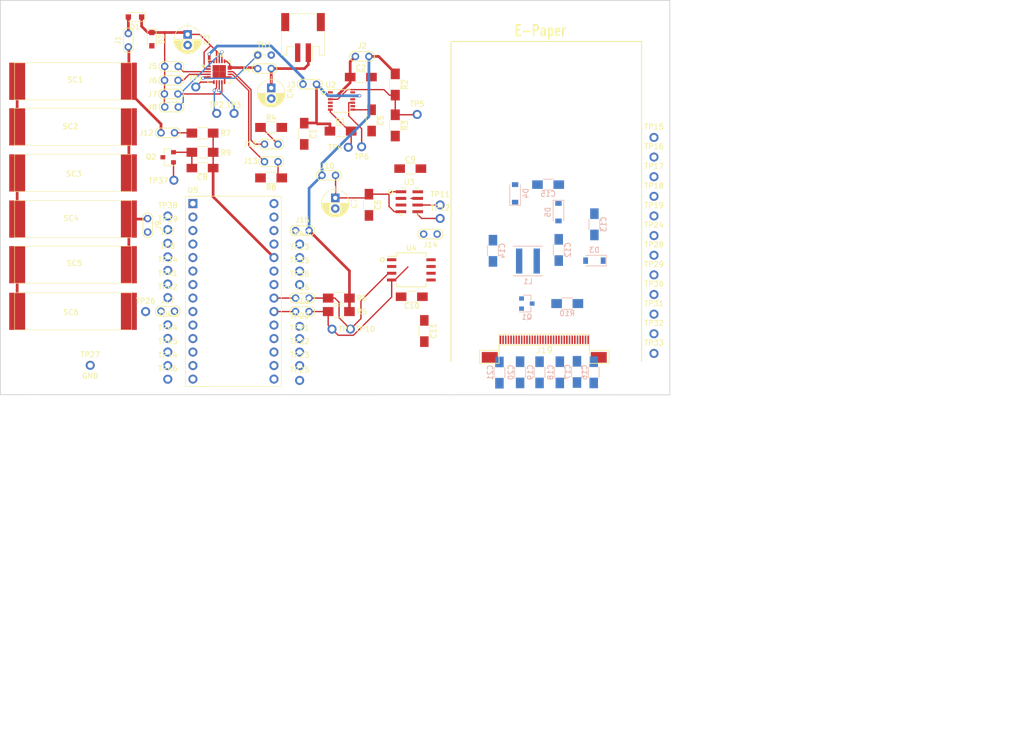
<source format=kicad_pcb>
(kicad_pcb (version 4) (host pcbnew 4.0.6)
  (layers (0 F.Cu signal) (31 B.Cu signal) (34 B.Paste user) (35 F.Paste user) (36 B.SilkS user) (37 F.SilkS user) (38 B.Mask user) (39 F.Mask user) (44 Edge.Cuts user))
  (net 0 "")
  (net 1 "Net-(BT1-Pad1)")
  (net 2 /VBat)
  (net 3 GND)
  (net 4 "Net-(C2-Pad1)")
  (net 5 "Net-(C3-Pad1)")
  (net 6 "Net-(C5-Pad1)")
  (net 7 "Net-(C6-Pad1)")
  (net 8 /PV_ADC)
  (net 9 "Net-(C9-Pad1)")
  (net 10 "Net-(C10-Pad1)")
  (net 11 "Net-(C11-Pad1)")
  (net 12 "Net-(C12-Pad1)")
  (net 13 "Net-(C12-Pad2)")
  (net 14 /Epaper_adapter_sheet/VGH)
  (net 15 +3V3)
  (net 16 /Epaper_adapter_sheet/PRVGL)
  (net 17 /Epaper_adapter_sheet/VGL)
  (net 18 /Epaper_adapter_sheet/VDD)
  (net 19 /Epaper_adapter_sheet/VSH)
  (net 20 /Epaper_adapter_sheet/VGH2)
  (net 21 /Epaper_adapter_sheet/VSL)
  (net 22 /Epaper_adapter_sheet/VCOM)
  (net 23 "Net-(D1-Pad2)")
  (net 24 "Net-(J3-Pad1)")
  (net 25 "Net-(J4-Pad1)")
  (net 26 "Net-(J5-Pad2)")
  (net 27 "Net-(J6-Pad2)")
  (net 28 "Net-(J7-Pad2)")
  (net 29 "Net-(J8-Pad2)")
  (net 30 "Net-(J9-Pad1)")
  (net 31 "Net-(J11-Pad1)")
  (net 32 /PROG1)
  (net 33 "Net-(J12-Pad2)")
  (net 34 "Net-(J13-Pad1)")
  (net 35 /PROG3)
  (net 36 "Net-(J15-Pad1)")
  (net 37 /SCL)
  (net 38 /MOSI)
  (net 39 "Net-(J17-Pad2)")
  (net 40 /SDA)
  (net 41 /Epaper_adapter_sheet/GDR)
  (net 42 /Epaper_adapter_sheet/RESE)
  (net 43 /Epaper_adapter_sheet/BUSY)
  (net 44 /Epaper_adapter_sheet/RESET)
  (net 45 /Epaper_adapter_sheet/D/C)
  (net 46 /Epaper_adapter_sheet/CS)
  (net 47 /Epaper_adapter_sheet/SCK)
  (net 48 /Epaper_adapter_sheet/VPP)
  (net 49 /PWRGD)
  (net 50 "Net-(R2-Pad2)")
  (net 51 "Net-(SC1-Pad2)")
  (net 52 "Net-(SC2-Pad2)")
  (net 53 "Net-(SC3-Pad2)")
  (net 54 "Net-(SC5-Pad2)")
  (net 55 "Net-(TH1-Pad1)")
  (net 56 /PGOOD)
  (net 57 /STATUS2)
  (net 58 /LBO)
  (net 59 /~SHDN)
  (net 60 "Net-(TP11-Pad1)")
  (net 61 "Net-(TP12-Pad1)")
  (net 62 "Net-(J16-Pad1)")
  (net 63 "Net-(J18-Pad1)")
  (net 64 "Net-(C8-Pad2)")
  (net 65 "Net-(J19-Pad1)")
  (net 66 "Net-(J19-Pad2)")
  (net 67 "Net-(J19-Pad3)")
  (net 68 "Net-(J19-Pad4)")
  (net 69 "Net-(J19-Pad5)")
  (net 70 "Net-(J19-Pad6)")
  (net 71 /Epaper_adapter_sheet/TSCL)
  (net 72 /Epaper_adapter_sheet/TSDA)
  (net 73 "Net-(J19-Pad30)")
  (net 74 "Net-(J19-Pad31)")
  (net 75 "Net-(J19-Pad32)")
  (net 76 "Net-(J19-Pad33)")
  (net 77 "Net-(J19-Pad34)")
  (net 78 "Net-(TP7-Pad1)")
  (net 79 "Net-(TP8-Pad1)")
  (net 80 "Net-(TP34-Pad1)")
  (net 81 "Net-(TP35-Pad1)")
  (net 82 "Net-(TP36-Pad1)")
  (net 83 "Net-(Q2-Pad1)")
  (net 84 "Net-(TP38-Pad1)")
  (net 85 "Net-(TP39-Pad1)")
  (net 86 "Net-(TP40-Pad1)")
  (net 87 "Net-(TP41-Pad1)")
  (net 88 "Net-(TP42-Pad1)")
  (net 89 "Net-(TP43-Pad1)")
  (net 90 "Net-(TP44-Pad1)")
  (net 91 "Net-(TP45-Pad1)")
  (net 92 "Net-(TP46-Pad1)")
  (net 93 "Net-(U2-Pad1)")
  (net 94 "Net-(U2-Pad5)")
  (net 95 "Net-(U2-Pad8)")
  (net 96 "Net-(U2-Pad10)")
  (net 97 "Net-(U2-Pad12)")
  (net 98 "Net-(U4-Pad5)")
  (net 99 "Net-(U4-Pad6)")
  (net 100 "Net-(U4-Pad7)")
  (net 101 "Net-(U5-PadVin)")
  (net 102 "Net-(U5-PadAGND)")
  (net 103 VCC)
  (module Mounting_Holes:MountingHole_3.2mm_M3 (layer F.Cu) (at 201.803 126.2126)
    (fp_text reference REF** hide)
    (fp_text value MountingHole_3.2mm_M3 hide)
    (pad 1 np_thru_hole circle (at 0 0) (size 3.2 3.2) (drill 3.2) (layers *.Cu *.Mask))
  )
  (module Mounting_Holes:MountingHole_3.2mm_M3 (layer F.Cu) (at 147.2692 125.9078)
    (fp_text reference REF** hide)
    (fp_text value MountingHole_3.2mm_M3 hide)
    (pad 1 np_thru_hole circle (at 0.1016 0) (size 3.2 3.2) (drill 3.2) (layers *.Cu *.Mask))
  )
  (module Mounting_Holes:MountingHole_3.2mm_M3 (layer F.Cu) (at 83.7438 126.0348)
    (fp_text reference REF** hide)
    (fp_text value MountingHole_3.2mm_M3 hide)
    (pad 1 np_thru_hole circle (at 0 0) (size 3.2 3.2) (drill 3.2) (layers *.Cu *.Mask))
  )
  (module Mounting_Holes:MountingHole_3.2mm_M3 (layer F.Cu) (at 201.7522 59.9694)
    (fp_text reference REF** hide)
    (fp_text value MountingHole_3.2mm_M3 hide)
    (pad 1 np_thru_hole circle (at 0 0) (size 3.2 3.2) (drill 3.2) (layers *.Cu *.Mask))
  )
  (module Mounting_Holes:MountingHole_3.2mm_M3 (layer F.Cu) (at 147.3454 59.9694)
    (fp_text reference REF** hide)
    (fp_text value MountingHole_3.2mm_M3 hide)
    (pad 1 np_thru_hole circle (at 0.0254 0) (size 3.2 3.2) (drill 3.2) (layers *.Cu *.Mask))
  )
  (module Capacitors_SMD:C_1206_HandSoldering (layer F.Cu) (at 137.0076 81.1022 270)
    (fp_text reference C1 (at 0 -1.75 270) (layer F.SilkS))
    (fp_text value 1uF)
    (pad 1 smd rect (at -2 0 270) (size 2 1.6) (layers F.Cu F.Paste F.Mask) (net 2 /VBat))
    (pad 2 smd rect (at 2 0 270) (size 2 1.6) (layers F.Cu F.Paste F.Mask) (net 3 GND))
  )
  (module Capacitors_SMD:C_1206_HandSoldering (layer F.Cu) (at 147.6502 70.4342)
    (fp_text reference C2 (at 0 -1.75) (layer F.SilkS))
    (fp_text value 4.7uF)
    (pad 1 smd rect (at -2 0) (size 2 1.6) (layers F.Cu F.Paste F.Mask) (net 4 "Net-(C2-Pad1)"))
    (pad 2 smd rect (at 2 0) (size 2 1.6) (layers F.Cu F.Paste F.Mask) (net 3 GND))
  )
  (module Capacitors_THT:CP_Radial_D5.0mm_P2.00mm (layer F.Cu) (at 115.0874 62.4078 270)
    (fp_text reference C3 (at 1 -3.56 270) (layer F.SilkS))
    (fp_text value 100uF)
    (pad 1 thru_hole rect (at 0 0 270) (size 1.6 1.6) (drill 0.8) (layers *.Cu *.Mask) (net 5 "Net-(C3-Pad1)"))
    (pad 2 thru_hole circle (at 2 0 270) (size 1.6 1.6) (drill 0.8) (layers *.Cu *.Mask) (net 3 GND))
  )
  (module Capacitors_THT:CP_Radial_D5.0mm_P2.00mm (layer F.Cu) (at 130.81 72.4728 270)
    (fp_text reference C4 (at 1 -3.56 270) (layer F.SilkS))
    (fp_text value 10uF)
    (pad 1 thru_hole rect (at 0 0 270) (size 1.6 1.6) (drill 0.8) (layers *.Cu *.Mask) (net 1 "Net-(BT1-Pad1)"))
    (pad 2 thru_hole circle (at 2 0 270) (size 1.6 1.6) (drill 0.8) (layers *.Cu *.Mask) (net 3 GND))
  )
  (module Capacitors_SMD:C_1206_HandSoldering (layer F.Cu) (at 149.6822 78.5876 270)
    (fp_text reference C5 (at 0 -1.75 270) (layer F.SilkS))
    (fp_text value 1nF)
    (pad 1 smd rect (at -2 0 270) (size 2 1.6) (layers F.Cu F.Paste F.Mask) (net 6 "Net-(C5-Pad1)"))
    (pad 2 smd rect (at 2 0 270) (size 2 1.6) (layers F.Cu F.Paste F.Mask) (net 3 GND))
  )
  (module Capacitors_SMD:C_1206_HandSoldering (layer F.Cu) (at 149.1742 94.4626 270)
    (fp_text reference C6 (at 0 -1.75 270) (layer F.SilkS))
    (fp_text value 0.1uF)
    (pad 1 smd rect (at -2 0 270) (size 2 1.6) (layers F.Cu F.Paste F.Mask) (net 7 "Net-(C6-Pad1)"))
    (pad 2 smd rect (at 2 0 270) (size 2 1.6) (layers F.Cu F.Paste F.Mask) (net 3 GND))
  )
  (module Capacitors_THT:CP_Radial_D5.0mm_P2.00mm (layer F.Cu) (at 142.8496 93.1672 270)
    (fp_text reference C7 (at 1 -3.56 270) (layer F.SilkS))
    (fp_text value 10uF)
    (pad 1 thru_hole rect (at 0 0 270) (size 1.6 1.6) (drill 0.8) (layers *.Cu *.Mask) (net 7 "Net-(C6-Pad1)"))
    (pad 2 thru_hole circle (at 2 0 270) (size 1.6 1.6) (drill 0.8) (layers *.Cu *.Mask) (net 3 GND))
  )
  (module Capacitors_SMD:C_1206_HandSoldering (layer F.Cu) (at 117.8814 87.5538 180)
    (fp_text reference C8 (at 0 -1.75 180) (layer F.SilkS))
    (fp_text value 10nF)
    (pad 1 smd rect (at -2 0 180) (size 2 1.6) (layers F.Cu F.Paste F.Mask) (net 8 /PV_ADC))
    (pad 2 smd rect (at 2 0 180) (size 2 1.6) (layers F.Cu F.Paste F.Mask) (net 64 "Net-(C8-Pad2)"))
  )
  (module Capacitors_SMD:C_1206_HandSoldering (layer F.Cu) (at 156.9466 87.6554)
    (fp_text reference C9 (at 0 -1.75) (layer F.SilkS))
    (fp_text value 0.1uF)
    (pad 1 smd rect (at -2 0) (size 2 1.6) (layers F.Cu F.Paste F.Mask) (net 9 "Net-(C9-Pad1)"))
    (pad 2 smd rect (at 2 0) (size 2 1.6) (layers F.Cu F.Paste F.Mask) (net 3 GND))
  )
  (module Capacitors_SMD:C_1206_HandSoldering (layer F.Cu) (at 157.226 111.76 180)
    (fp_text reference C10 (at 0 -1.75 180) (layer F.SilkS))
    (fp_text value 0.1uF)
    (pad 1 smd rect (at -2 0 180) (size 2 1.6) (layers F.Cu F.Paste F.Mask) (net 10 "Net-(C10-Pad1)"))
    (pad 2 smd rect (at 2 0 180) (size 2 1.6) (layers F.Cu F.Paste F.Mask) (net 3 GND))
  )
  (module Capacitors_SMD:C_1206_HandSoldering (layer F.Cu) (at 159.5882 118.2116 270)
    (fp_text reference C11 (at 0 -1.75 270) (layer F.SilkS))
    (fp_text value 0.22uF)
    (pad 1 smd rect (at -2 0 270) (size 2 1.6) (layers F.Cu F.Paste F.Mask) (net 11 "Net-(C11-Pad1)"))
    (pad 2 smd rect (at 2 0 270) (size 2 1.6) (layers F.Cu F.Paste F.Mask) (net 3 GND))
  )
  (module Capacitors_SMD:C_1206_HandSoldering (layer B.Cu) (at 184.8612 102.962952 90)
    (fp_text reference C12 (at 0 1.75 90) (layer B.SilkS) (effects (justify mirror)))
    (fp_text value 2.2uF)
    (pad 1 smd rect (at -2 0 90) (size 2 1.6) (layers B.Cu B.Paste B.Mask) (net 12 "Net-(C12-Pad1)"))
    (pad 2 smd rect (at 2 0 90) (size 2 1.6) (layers B.Cu B.Paste B.Mask) (net 13 "Net-(C12-Pad2)"))
  )
  (module Capacitors_SMD:C_1206_HandSoldering (layer B.Cu) (at 191.5668 98.136952 90)
    (fp_text reference C13 (at 0 1.75 90) (layer B.SilkS) (effects (justify mirror)))
    (fp_text value 1uF)
    (pad 1 smd rect (at -2 0 90) (size 2 1.6) (layers B.Cu B.Paste B.Mask) (net 14 /Epaper_adapter_sheet/VGH))
    (pad 2 smd rect (at 2 0 90) (size 2 1.6) (layers B.Cu B.Paste B.Mask) (net 3 GND))
  )
  (module Capacitors_SMD:C_1206_HandSoldering (layer B.Cu) (at 172.4914 103.115352 90)
    (fp_text reference C14 (at 0 1.75 90) (layer B.SilkS) (effects (justify mirror)))
    (fp_text value 1uF)
    (pad 1 smd rect (at -2 0 90) (size 2 1.6) (layers B.Cu B.Paste B.Mask) (net 15 +3V3))
    (pad 2 smd rect (at 2 0 90) (size 2 1.6) (layers B.Cu B.Paste B.Mask) (net 3 GND))
  )
  (module Capacitors_SMD:C_1206_HandSoldering (layer B.Cu) (at 182.8612 90.669352)
    (fp_text reference C15 (at 0 1.75) (layer B.SilkS) (effects (justify mirror)))
    (fp_text value 1uF)
    (pad 1 smd rect (at -2 0) (size 2 1.6) (layers B.Cu B.Paste B.Mask) (net 16 /Epaper_adapter_sheet/PRVGL))
    (pad 2 smd rect (at 2 0) (size 2 1.6) (layers B.Cu B.Paste B.Mask) (net 3 GND))
  )
  (module Capacitors_SMD:C_1206_HandSoldering (layer B.Cu) (at 191.4398 125.984 270)
    (fp_text reference C16 (at 0 1.75 270) (layer B.SilkS) (effects (justify mirror)))
    (fp_text value 1uF)
    (pad 1 smd rect (at -2 0 270) (size 2 1.6) (layers B.Cu B.Paste B.Mask) (net 17 /Epaper_adapter_sheet/VGL))
    (pad 2 smd rect (at 2 0 270) (size 2 1.6) (layers B.Cu B.Paste B.Mask) (net 3 GND))
  )
  (module Capacitors_SMD:C_1206_HandSoldering (layer B.Cu) (at 188.2902 125.9078 270)
    (fp_text reference C17 (at 0 1.75 270) (layer B.SilkS) (effects (justify mirror)))
    (fp_text value 1uF)
    (pad 1 smd rect (at -2 0 270) (size 2 1.6) (layers B.Cu B.Paste B.Mask) (net 18 /Epaper_adapter_sheet/VDD))
    (pad 2 smd rect (at 2 0 270) (size 2 1.6) (layers B.Cu B.Paste B.Mask) (net 3 GND))
  )
  (module Capacitors_SMD:C_1206_HandSoldering (layer B.Cu) (at 185.0644 125.984 270)
    (fp_text reference C18 (at 0 1.75 270) (layer B.SilkS) (effects (justify mirror)))
    (fp_text value 1uF)
    (pad 1 smd rect (at -2 0 270) (size 2 1.6) (layers B.Cu B.Paste B.Mask) (net 19 /Epaper_adapter_sheet/VSH))
    (pad 2 smd rect (at 2 0 270) (size 2 1.6) (layers B.Cu B.Paste B.Mask) (net 3 GND))
  )
  (module Capacitors_SMD:C_1206_HandSoldering (layer B.Cu) (at 181.2544 125.984 270)
    (fp_text reference C19 (at 0 1.75 270) (layer B.SilkS) (effects (justify mirror)))
    (fp_text value 1uF)
    (pad 1 smd rect (at -2 0 270) (size 2 1.6) (layers B.Cu B.Paste B.Mask) (net 20 /Epaper_adapter_sheet/VGH2))
    (pad 2 smd rect (at 2 0 270) (size 2 1.6) (layers B.Cu B.Paste B.Mask) (net 3 GND))
  )
  (module Capacitors_SMD:C_1206_HandSoldering (layer B.Cu) (at 177.5968 125.984 270)
    (fp_text reference C20 (at 0 1.75 270) (layer B.SilkS) (effects (justify mirror)))
    (fp_text value 1uF)
    (pad 1 smd rect (at -2 0 270) (size 2 1.6) (layers B.Cu B.Paste B.Mask) (net 21 /Epaper_adapter_sheet/VSL))
    (pad 2 smd rect (at 2 0 270) (size 2 1.6) (layers B.Cu B.Paste B.Mask) (net 3 GND))
  )
  (module Capacitors_SMD:C_1206_HandSoldering (layer B.Cu) (at 173.7106 126.0348 270)
    (fp_text reference C21 (at 0 1.75 270) (layer B.SilkS) (effects (justify mirror)))
    (fp_text value 1uF)
    (pad 1 smd rect (at -2 0 270) (size 2 1.6) (layers B.Cu B.Paste B.Mask) (net 22 /Epaper_adapter_sheet/VCOM))
    (pad 2 smd rect (at 2 0 270) (size 2 1.6) (layers B.Cu B.Paste B.Mask) (net 3 GND))
  )
  (module Diodes_SMD:D_SOD-323_HandSoldering (layer F.Cu) (at 105.1868 59.1312 180)
    (fp_text reference D1 (at 0 -1.85 180) (layer F.SilkS))
    (fp_text value Schottky hide)
    (pad 1 smd rect (at -1.25 0 180) (size 1 1) (layers F.Cu F.Paste F.Mask) (net 5 "Net-(C3-Pad1)"))
    (pad 2 smd rect (at 1.25 0 180) (size 1 1) (layers F.Cu F.Paste F.Mask) (net 23 "Net-(D1-Pad2)"))
  )
  (module Diodes_SMD:D_SOD-323_HandSoldering (layer F.Cu) (at 108.3564 63.2968 270)
    (fp_text reference D2 (at 0 -1.85 270) (layer F.SilkS))
    (fp_text value 6.5V hide)
    (pad 1 smd rect (at -1.25 0 270) (size 1 1) (layers F.Cu F.Paste F.Mask) (net 5 "Net-(C3-Pad1)"))
    (pad 2 smd rect (at 1.25 0 270) (size 1 1) (layers F.Cu F.Paste F.Mask) (net 3 GND))
  )
  (module Measurement_Points:Test_Point_2Pads (layer F.Cu) (at 103.9368 64.77 90)
    (fp_text reference J1 (at 1.27 -2 90) (layer F.SilkS))
    (fp_text value TEST_2P hide)
    (pad 1 thru_hole circle (at 0 0 90) (size 1.4 1.4) (drill 0.8128) (layers *.Cu *.Mask) (net 103 VCC))
    (pad 2 thru_hole circle (at 2.54 0 90) (size 1.4 1.4) (drill 0.8128) (layers *.Cu *.Mask) (net 23 "Net-(D1-Pad2)"))
  )
  (module Measurement_Points:Test_Point_2Pads (layer F.Cu) (at 146.6342 66.548)
    (fp_text reference J2 (at 1.27 -2) (layer F.SilkS))
    (fp_text value TEST_2P hide)
    (pad 1 thru_hole circle (at 0 0) (size 1.4 1.4) (drill 0.8128) (layers *.Cu *.Mask) (net 4 "Net-(C2-Pad1)"))
    (pad 2 thru_hole circle (at 2.54 0) (size 1.4 1.4) (drill 0.8128) (layers *.Cu *.Mask) (net 15 +3V3))
  )
  (module Measurement_Points:Test_Point_2Pads (layer F.Cu) (at 136.779 71.7804)
    (fp_text reference J3 (at -2.2352 0.1016) (layer F.SilkS))
    (fp_text value TEST_2P hide)
    (pad 1 thru_hole circle (at 0 0) (size 1.4 1.4) (drill 0.8128) (layers *.Cu *.Mask) (net 24 "Net-(J3-Pad1)"))
    (pad 2 thru_hole circle (at 2.54 0) (size 1.4 1.4) (drill 0.8128) (layers *.Cu *.Mask) (net 2 /VBat))
  )
  (module Measurement_Points:Test_Point_2Pads (layer F.Cu) (at 128.27 68.834)
    (fp_text reference J4 (at -2.255 0.175) (layer F.SilkS))
    (fp_text value TEST_2P hide)
    (pad 1 thru_hole circle (at 0 0) (size 1.4 1.4) (drill 0.8128) (layers *.Cu *.Mask) (net 25 "Net-(J4-Pad1)"))
    (pad 2 thru_hole circle (at 2.54 0) (size 1.4 1.4) (drill 0.8128) (layers *.Cu *.Mask) (net 1 "Net-(BT1-Pad1)"))
  )
  (module Measurement_Points:Test_Point_2Pads (layer F.Cu) (at 110.7694 68.4276)
    (fp_text reference J5 (at -2.286 -0.0508) (layer F.SilkS))
    (fp_text value TEST_2P hide)
    (pad 1 thru_hole circle (at 0 0) (size 1.4 1.4) (drill 0.8128) (layers *.Cu *.Mask) (net 5 "Net-(C3-Pad1)"))
    (pad 2 thru_hole circle (at 2.54 0) (size 1.4 1.4) (drill 0.8128) (layers *.Cu *.Mask) (net 26 "Net-(J5-Pad2)"))
  )
  (module Measurement_Points:Test_Point_2Pads (layer F.Cu) (at 110.744 71.0438)
    (fp_text reference J6 (at -2.2606 0) (layer F.SilkS))
    (fp_text value TEST_2P hide)
    (pad 1 thru_hole circle (at 0 0) (size 1.4 1.4) (drill 0.8128) (layers *.Cu *.Mask) (net 5 "Net-(C3-Pad1)"))
    (pad 2 thru_hole circle (at 2.54 0) (size 1.4 1.4) (drill 0.8128) (layers *.Cu *.Mask) (net 27 "Net-(J6-Pad2)"))
  )
  (module Measurement_Points:Test_Point_2Pads (layer F.Cu) (at 110.7186 73.6092)
    (fp_text reference J7 (at -2.2352 0.0254) (layer F.SilkS))
    (fp_text value TEST_2P hide)
    (pad 1 thru_hole circle (at 0 0) (size 1.4 1.4) (drill 0.8128) (layers *.Cu *.Mask) (net 5 "Net-(C3-Pad1)"))
    (pad 2 thru_hole circle (at 2.54 0) (size 1.4 1.4) (drill 0.8128) (layers *.Cu *.Mask) (net 28 "Net-(J7-Pad2)"))
  )
  (module Measurement_Points:Test_Point_2Pads (layer F.Cu) (at 110.7948 76.073)
    (fp_text reference J8 (at -2.3114 0.0254) (layer F.SilkS))
    (fp_text value TEST_2P hide)
    (pad 1 thru_hole circle (at 0 0) (size 1.4 1.4) (drill 0.8128) (layers *.Cu *.Mask) (net 5 "Net-(C3-Pad1)"))
    (pad 2 thru_hole circle (at 2.54 0) (size 1.4 1.4) (drill 0.8128) (layers *.Cu *.Mask) (net 29 "Net-(J8-Pad2)"))
  )
  (module Measurement_Points:Test_Point_2Pads (layer F.Cu) (at 107.569 97.0534 270)
    (fp_text reference J9 (at 1.27 -2 270) (layer F.SilkS))
    (fp_text value TEST_2P hide)
    (pad 1 thru_hole circle (at 0 0 270) (size 1.4 1.4) (drill 0.8128) (layers *.Cu *.Mask) (net 30 "Net-(J9-Pad1)"))
    (pad 2 thru_hole circle (at 2.54 0 270) (size 1.4 1.4) (drill 0.8128) (layers *.Cu *.Mask) (net 3 GND))
  )
  (module Measurement_Points:Test_Point_2Pads (layer F.Cu) (at 140.3604 88.9254)
    (fp_text reference J10 (at 1.016 -1.778) (layer F.SilkS))
    (fp_text value TEST_2P hide)
    (pad 1 thru_hole circle (at 0 0) (size 1.4 1.4) (drill 0.8128) (layers *.Cu *.Mask) (net 15 +3V3))
    (pad 2 thru_hole circle (at 2.54 0) (size 1.4 1.4) (drill 0.8128) (layers *.Cu *.Mask) (net 7 "Net-(C6-Pad1)"))
  )
  (module Measurement_Points:Test_Point_2Pads (layer F.Cu) (at 132.08 83.058 180)
    (fp_text reference J11 (at 5.207 0.0762 180) (layer F.SilkS))
    (fp_text value TEST_2P hide)
    (pad 1 thru_hole circle (at 0 0 180) (size 1.4 1.4) (drill 0.8128) (layers *.Cu *.Mask) (net 31 "Net-(J11-Pad1)"))
    (pad 2 thru_hole circle (at 2.54 0 180) (size 1.4 1.4) (drill 0.8128) (layers *.Cu *.Mask) (net 32 /PROG1))
  )
  (module Measurement_Points:Test_Point_2Pads (layer F.Cu) (at 110.0836 80.9244)
    (fp_text reference J12 (at -2.7686 0) (layer F.SilkS))
    (fp_text value TEST_2P hide)
    (pad 1 thru_hole circle (at 0 0) (size 1.4 1.4) (drill 0.8128) (layers *.Cu *.Mask) (net 103 VCC))
    (pad 2 thru_hole circle (at 2.54 0) (size 1.4 1.4) (drill 0.8128) (layers *.Cu *.Mask) (net 33 "Net-(J12-Pad2)"))
  )
  (module Measurement_Points:Test_Point_2Pads (layer F.Cu) (at 132.08 86.36 180)
    (fp_text reference J13 (at 5.1562 0.127 180) (layer F.SilkS))
    (fp_text value TEST_2P hide)
    (pad 1 thru_hole circle (at 0 0 180) (size 1.4 1.4) (drill 0.8128) (layers *.Cu *.Mask) (net 34 "Net-(J13-Pad1)"))
    (pad 2 thru_hole circle (at 2.54 0 180) (size 1.4 1.4) (drill 0.8128) (layers *.Cu *.Mask) (net 35 /PROG3))
  )
  (module Measurement_Points:Test_Point_2Pads (layer F.Cu) (at 162.0012 99.9744 180)
    (fp_text reference J14 (at 1.27 -2 180) (layer F.SilkS))
    (fp_text value TEST_2P hide)
    (pad 1 thru_hole circle (at 0 0 180) (size 1.4 1.4) (drill 0.8128) (layers *.Cu *.Mask) (net 15 +3V3))
    (pad 2 thru_hole circle (at 2.54 0 180) (size 1.4 1.4) (drill 0.8128) (layers *.Cu *.Mask) (net 11 "Net-(C11-Pad1)"))
  )
  (module Measurement_Points:Test_Point_2Pads (layer F.Cu) (at 135.382 99.314)
    (fp_text reference J15 (at 1.27 -2) (layer F.SilkS))
    (fp_text value TEST_2P hide)
    (pad 1 thru_hole circle (at 0 0) (size 1.4 1.4) (drill 0.8128) (layers *.Cu *.Mask) (net 36 "Net-(J15-Pad1)"))
    (pad 2 thru_hole circle (at 2.54 0) (size 1.4 1.4) (drill 0.8128) (layers *.Cu *.Mask) (net 15 +3V3))
  )
  (module Measurement_Points:Test_Point_2Pads (layer F.Cu) (at 135.382 112.014)
    (fp_text reference J16 (at 1.27 -2) (layer F.SilkS))
    (fp_text value TEST_2P hide)
    (pad 1 thru_hole circle (at 0 0) (size 1.4 1.4) (drill 0.8128) (layers *.Cu *.Mask) (net 62 "Net-(J16-Pad1)"))
    (pad 2 thru_hole circle (at 2.54 0) (size 1.4 1.4) (drill 0.8128) (layers *.Cu *.Mask) (net 37 /SCL))
  )
  (module Measurement_Points:Test_Point_2Pads (layer F.Cu) (at 110.0836 114.48415)
    (fp_text reference J17 (at 1.27 -2) (layer F.SilkS))
    (fp_text value TEST_2P hide)
    (pad 1 thru_hole circle (at 0 0) (size 1.4 1.4) (drill 0.8128) (layers *.Cu *.Mask) (net 38 /MOSI))
    (pad 2 thru_hole circle (at 2.54 0) (size 1.4 1.4) (drill 0.8128) (layers *.Cu *.Mask) (net 39 "Net-(J17-Pad2)"))
  )
  (module Measurement_Points:Test_Point_2Pads (layer F.Cu) (at 135.382 114.554)
    (fp_text reference J18 (at 1.27 -2) (layer F.SilkS))
    (fp_text value TEST_2P hide)
    (pad 1 thru_hole circle (at 0 0) (size 1.4 1.4) (drill 0.8128) (layers *.Cu *.Mask) (net 63 "Net-(J18-Pad1)"))
    (pad 2 thru_hole circle (at 2.54 0) (size 1.4 1.4) (drill 0.8128) (layers *.Cu *.Mask) (net 40 /SDA))
  )
  (module CustomFootprints:FPC_34 (layer F.Cu) (at 182.1434 119.8626)
    (fp_text reference J19 (at 0 1.95) (layer F.SilkS) (effects (font (size 1.2 1.2))))
    (fp_text value Z5263CT-ND)
    (pad 1 smd rect (at -8.25 0) (size 0.3 1.6) (layers F.Cu F.Paste F.Mask) (net 65 "Net-(J19-Pad1)"))
    (pad 2 smd rect (at -7.75 0) (size 0.3 1.6) (layers F.Cu F.Paste F.Mask) (net 66 "Net-(J19-Pad2)"))
    (pad 3 smd rect (at -7.25 0) (size 0.3 1.6) (layers F.Cu F.Paste F.Mask) (net 67 "Net-(J19-Pad3)"))
    (pad 4 smd rect (at -6.75 0) (size 0.3 1.6) (layers F.Cu F.Paste F.Mask) (net 68 "Net-(J19-Pad4)"))
    (pad 5 smd rect (at -6.25 0) (size 0.3 1.6) (layers F.Cu F.Paste F.Mask) (net 69 "Net-(J19-Pad5)"))
    (pad 6 smd rect (at -5.75 0) (size 0.3 1.6) (layers F.Cu F.Paste F.Mask) (net 70 "Net-(J19-Pad6)"))
    (pad 7 smd rect (at -5.25 0) (size 0.3 1.6) (layers F.Cu F.Paste F.Mask) (net 41 /Epaper_adapter_sheet/GDR))
    (pad 8 smd rect (at -4.75 0) (size 0.3 1.6) (layers F.Cu F.Paste F.Mask) (net 42 /Epaper_adapter_sheet/RESE))
    (pad 9 smd rect (at -4.25 0) (size 0.3 1.6) (layers F.Cu F.Paste F.Mask) (net 17 /Epaper_adapter_sheet/VGL))
    (pad 10 smd rect (at -3.75 0) (size 0.3 1.6) (layers F.Cu F.Paste F.Mask) (net 14 /Epaper_adapter_sheet/VGH))
    (pad 11 smd rect (at -3.25 0) (size 0.3 1.6) (layers F.Cu F.Paste F.Mask) (net 71 /Epaper_adapter_sheet/TSCL))
    (pad 12 smd rect (at -2.75 0) (size 0.3 1.6) (layers F.Cu F.Paste F.Mask) (net 72 /Epaper_adapter_sheet/TSDA))
    (pad 13 smd rect (at -2.25 0) (size 0.3 1.6) (layers F.Cu F.Paste F.Mask) (net 3 GND))
    (pad 14 smd rect (at -1.75 0) (size 0.3 1.6) (layers F.Cu F.Paste F.Mask) (net 43 /Epaper_adapter_sheet/BUSY))
    (pad 15 smd rect (at -1.25 0) (size 0.3 1.6) (layers F.Cu F.Paste F.Mask) (net 44 /Epaper_adapter_sheet/RESET))
    (pad 16 smd rect (at -0.75 0) (size 0.3 1.6) (layers F.Cu F.Paste F.Mask) (net 45 /Epaper_adapter_sheet/D/C))
    (pad 17 smd rect (at -0.25 0) (size 0.3 1.6) (layers F.Cu F.Paste F.Mask) (net 46 /Epaper_adapter_sheet/CS))
    (pad 18 smd rect (at 0.25 0) (size 0.3 1.6) (layers F.Cu F.Paste F.Mask) (net 47 /Epaper_adapter_sheet/SCK))
    (pad 19 smd rect (at 0.75 0) (size 0.3 1.6) (layers F.Cu F.Paste F.Mask) (net 38 /MOSI))
    (pad 20 smd rect (at 1.25 0) (size 0.3 1.6) (layers F.Cu F.Paste F.Mask) (net 15 +3V3))
    (pad 21 smd rect (at 1.75 0) (size 0.3 1.6) (layers F.Cu F.Paste F.Mask) (net 15 +3V3))
    (pad 22 smd rect (at 2.25 0) (size 0.3 1.6) (layers F.Cu F.Paste F.Mask) (net 3 GND))
    (pad 23 smd rect (at 2.75 0) (size 0.3 1.6) (layers F.Cu F.Paste F.Mask) (net 18 /Epaper_adapter_sheet/VDD))
    (pad 24 smd rect (at 3.25 0) (size 0.3 1.6) (layers F.Cu F.Paste F.Mask) (net 48 /Epaper_adapter_sheet/VPP))
    (pad 25 smd rect (at 3.75 0) (size 0.3 1.6) (layers F.Cu F.Paste F.Mask) (net 19 /Epaper_adapter_sheet/VSH))
    (pad 26 smd rect (at 4.25 0) (size 0.3 1.6) (layers F.Cu F.Paste F.Mask) (net 20 /Epaper_adapter_sheet/VGH2))
    (pad 27 smd rect (at 4.75 0) (size 0.3 1.6) (layers F.Cu F.Paste F.Mask) (net 21 /Epaper_adapter_sheet/VSL))
    (pad 28 smd rect (at 5.25 0) (size 0.3 1.6) (layers F.Cu F.Paste F.Mask) (net 16 /Epaper_adapter_sheet/PRVGL))
    (pad 29 smd rect (at 5.75 0) (size 0.3 1.6) (layers F.Cu F.Paste F.Mask) (net 22 /Epaper_adapter_sheet/VCOM))
    (pad 30 smd rect (at 6.25 0) (size 0.3 1.6) (layers F.Cu F.Paste F.Mask) (net 73 "Net-(J19-Pad30)"))
    (pad 31 smd rect (at 6.75 0) (size 0.3 1.6) (layers F.Cu F.Paste F.Mask) (net 74 "Net-(J19-Pad31)"))
    (pad 32 smd rect (at 7.25 0) (size 0.3 1.6) (layers F.Cu F.Paste F.Mask) (net 75 "Net-(J19-Pad32)"))
    (pad 33 smd rect (at 7.75 0) (size 0.3 1.6) (layers F.Cu F.Paste F.Mask) (net 76 "Net-(J19-Pad33)"))
    (pad 34 smd rect (at 8.25 0) (size 0.3 1.6) (layers F.Cu F.Paste F.Mask) (net 77 "Net-(J19-Pad34)"))
    (pad 0 smd rect (at -10.25 3.3) (size 3 2) (layers F.Cu F.Paste F.Mask))
    (pad 0 smd rect (at 10.25 3.3) (size 3 2) (layers F.Cu F.Paste F.Mask))
  )
  (module Inductors_SMD:L_Coilcraft_XAL5030 (layer B.Cu) (at 179.07 105.045752)
    (fp_text reference L1 (at 0 3.81) (layer B.SilkS) (effects (justify mirror)))
    (fp_text value 47uH)
    (pad 1 smd rect (at -1.655 0) (size 1.2 4.7) (layers B.Cu B.Paste B.Mask) (net 15 +3V3))
    (pad 2 smd rect (at 1.655 0) (size 1.2 4.7) (layers B.Cu B.Paste B.Mask) (net 12 "Net-(C12-Pad1)"))
  )
  (module TO_SOT_Packages_SMD:SOT-23 (layer B.Cu) (at 178.8668 113.046752)
    (fp_text reference Q1 (at 0 2.5) (layer B.SilkS) (effects (justify mirror)))
    (fp_text value AO3418)
    (pad 1 smd rect (at -1 0.95) (size 0.9 0.8) (layers B.Cu B.Paste B.Mask) (net 41 /Epaper_adapter_sheet/GDR))
    (pad 2 smd rect (at -1 -0.95) (size 0.9 0.8) (layers B.Cu B.Paste B.Mask) (net 12 "Net-(C12-Pad1)"))
    (pad 3 smd rect (at 1 0) (size 0.9 0.8) (layers B.Cu B.Paste B.Mask) (net 42 /Epaper_adapter_sheet/RESE))
  )
  (module Resistors_SMD:R_1206_HandSoldering (layer F.Cu) (at 143.8402 80.5942)
    (fp_text reference R1 (at 0 -1.85) (layer F.SilkS))
    (fp_text value 1M)
    (pad 1 smd rect (at -2 0) (size 2 1.7) (layers F.Cu F.Paste F.Mask) (net 2 /VBat))
    (pad 2 smd rect (at 2 0) (size 2 1.7) (layers F.Cu F.Paste F.Mask) (net 49 /PWRGD))
  )
  (module Resistors_SMD:R_1206_HandSoldering (layer F.Cu) (at 154.1272 71.8312 270)
    (fp_text reference R2 (at 0 -1.85 270) (layer F.SilkS))
    (fp_text value "332k 1%")
    (pad 1 smd rect (at -2 0 270) (size 2 1.7) (layers F.Cu F.Paste F.Mask) (net 15 +3V3))
    (pad 2 smd rect (at 2 0 270) (size 2 1.7) (layers F.Cu F.Paste F.Mask) (net 50 "Net-(R2-Pad2)"))
  )
  (module Resistors_SMD:R_1206_HandSoldering (layer F.Cu) (at 154.1272 79.5274 270)
    (fp_text reference R3 (at 0 -1.85 270) (layer F.SilkS))
    (fp_text value "200k 1%")
    (pad 1 smd rect (at -2 0 270) (size 2 1.7) (layers F.Cu F.Paste F.Mask) (net 50 "Net-(R2-Pad2)"))
    (pad 2 smd rect (at 2 0 270) (size 2 1.7) (layers F.Cu F.Paste F.Mask) (net 3 GND))
  )
  (module Resistors_SMD:R_1206_HandSoldering (layer F.Cu) (at 130.785819 79.9084)
    (fp_text reference R4 (at 0 -1.85) (layer F.SilkS))
    (fp_text value 2k)
    (pad 1 smd rect (at -2 0) (size 2 1.7) (layers F.Cu F.Paste F.Mask) (net 31 "Net-(J11-Pad1)"))
    (pad 2 smd rect (at 2 0) (size 2 1.7) (layers F.Cu F.Paste F.Mask) (net 3 GND))
  )
  (module Resistors_SMD:R_1206_HandSoldering (layer F.Cu) (at 143.51 114.554 180)
    (fp_text reference R5 (at -4.318 0 180) (layer F.SilkS))
    (fp_text value 4.7k)
    (pad 1 smd rect (at -2 0 180) (size 2 1.7) (layers F.Cu F.Paste F.Mask) (net 15 +3V3))
    (pad 2 smd rect (at 2 0 180) (size 2 1.7) (layers F.Cu F.Paste F.Mask) (net 40 /SDA))
  )
  (module Resistors_SMD:R_1206_HandSoldering (layer F.Cu) (at 143.51 112.014 180)
    (fp_text reference R6 (at -4.318 0 180) (layer F.SilkS))
    (fp_text value 4.7k)
    (pad 1 smd rect (at -2 0 180) (size 2 1.7) (layers F.Cu F.Paste F.Mask) (net 15 +3V3))
    (pad 2 smd rect (at 2 0 180) (size 2 1.7) (layers F.Cu F.Paste F.Mask) (net 37 /SCL))
  )
  (module Resistors_SMD:R_1206_HandSoldering (layer F.Cu) (at 117.8814 80.9752)
    (fp_text reference R7 (at 4.3688 0) (layer F.SilkS))
    (fp_text value 10k)
    (pad 1 smd rect (at -2 0) (size 2 1.7) (layers F.Cu F.Paste F.Mask) (net 33 "Net-(J12-Pad2)"))
    (pad 2 smd rect (at 2 0) (size 2 1.7) (layers F.Cu F.Paste F.Mask) (net 8 /PV_ADC))
  )
  (module Resistors_SMD:R_1206_HandSoldering (layer F.Cu) (at 130.785819 89.408 180)
    (fp_text reference R8 (at 0 -1.85 180) (layer F.SilkS))
    (fp_text value 100k)
    (pad 1 smd rect (at -2 0 180) (size 2 1.7) (layers F.Cu F.Paste F.Mask) (net 34 "Net-(J13-Pad1)"))
    (pad 2 smd rect (at 2 0 180) (size 2 1.7) (layers F.Cu F.Paste F.Mask) (net 3 GND))
  )
  (module Resistors_SMD:R_1206_HandSoldering (layer F.Cu) (at 117.8814 84.582 180)
    (fp_text reference R9 (at -4.3942 -0.1016 180) (layer F.SilkS))
    (fp_text value 10.3k)
    (pad 1 smd rect (at -2 0 180) (size 2 1.7) (layers F.Cu F.Paste F.Mask) (net 8 /PV_ADC))
    (pad 2 smd rect (at 2 0 180) (size 2 1.7) (layers F.Cu F.Paste F.Mask) (net 64 "Net-(C8-Pad2)"))
  )
  (module Resistors_SMD:R_1206_HandSoldering (layer B.Cu) (at 186.4614 113.046752)
    (fp_text reference R10 (at 0 1.85) (layer B.SilkS) (effects (justify mirror)))
    (fp_text value "2.2R 1%")
    (pad 1 smd rect (at -2 0) (size 2 1.7) (layers B.Cu B.Paste B.Mask) (net 42 /Epaper_adapter_sheet/RESE))
    (pad 2 smd rect (at 2 0) (size 2 1.7) (layers B.Cu B.Paste B.Mask) (net 3 GND))
  )
  (module CustomFootprints:MONO_SOLAR_CELL_22MMx7MM_KXOB22-04X3F (layer F.Cu) (at 104.5384 74.7216 180)
    (fp_text reference SC1 (at 10.5918 3.7846 180) (layer F.SilkS))
    (fp_text value Solar_Cell hide)
    (pad 1 smd rect (at 0.5 3.5 180) (size 3 7) (layers F.Cu F.Paste F.Mask) (net 103 VCC))
    (pad 2 smd rect (at 21.5 3.5 180) (size 3 7) (layers F.Cu F.Paste F.Mask) (net 51 "Net-(SC1-Pad2)"))
  )
  (module CustomFootprints:MONO_SOLAR_CELL_22MMx7MM_KXOB22-04X3F (layer F.Cu) (at 82.5384 76.29664)
    (fp_text reference SC2 (at 10.4902 3.429) (layer F.SilkS))
    (fp_text value Solar_Cell hide)
    (pad 1 smd rect (at 0.5 3.5) (size 3 7) (layers F.Cu F.Paste F.Mask) (net 51 "Net-(SC1-Pad2)"))
    (pad 2 smd rect (at 21.5 3.5) (size 3 7) (layers F.Cu F.Paste F.Mask) (net 52 "Net-(SC2-Pad2)"))
  )
  (module CustomFootprints:MONO_SOLAR_CELL_22MMx7MM_KXOB22-04X3F (layer F.Cu) (at 104.5384 91.9682 180)
    (fp_text reference SC3 (at 10.8458 3.3274 180) (layer F.SilkS))
    (fp_text value Solar_Cell hide)
    (pad 1 smd rect (at 0.5 3.5 180) (size 3 7) (layers F.Cu F.Paste F.Mask) (net 52 "Net-(SC2-Pad2)"))
    (pad 2 smd rect (at 21.5 3.5 180) (size 3 7) (layers F.Cu F.Paste F.Mask) (net 53 "Net-(SC3-Pad2)"))
  )
  (module CustomFootprints:MONO_SOLAR_CELL_22MMx7MM_KXOB22-04X3F (layer F.Cu) (at 82.5384 93.64992)
    (fp_text reference SC4 (at 10.6426 3.3274) (layer F.SilkS))
    (fp_text value Solar_Cell hide)
    (pad 1 smd rect (at 0.5 3.5) (size 3 7) (layers F.Cu F.Paste F.Mask) (net 53 "Net-(SC3-Pad2)"))
    (pad 2 smd rect (at 21.5 3.5) (size 3 7) (layers F.Cu F.Paste F.Mask) (net 30 "Net-(J9-Pad1)"))
  )
  (module CustomFootprints:MONO_SOLAR_CELL_22MMx7MM_KXOB22-04X3F (layer F.Cu) (at 104.5384 109.2402 180)
    (fp_text reference SC5 (at 10.7442 3.7846 180) (layer F.SilkS))
    (fp_text value Solar_Cell hide)
    (pad 1 smd rect (at 0.5 3.5 180) (size 3 7) (layers F.Cu F.Paste F.Mask) (net 30 "Net-(J9-Pad1)"))
    (pad 2 smd rect (at 21.5 3.5 180) (size 3 7) (layers F.Cu F.Paste F.Mask) (net 54 "Net-(SC5-Pad2)"))
  )
  (module CustomFootprints:MONO_SOLAR_CELL_22MMx7MM_KXOB22-04X3F (layer F.Cu) (at 82.5384 111.0032)
    (fp_text reference SC6 (at 10.6288 3.6778) (layer F.SilkS))
    (fp_text value Solar_Cell hide)
    (pad 1 smd rect (at 0.5 3.5) (size 3 7) (layers F.Cu F.Paste F.Mask) (net 54 "Net-(SC5-Pad2)"))
    (pad 2 smd rect (at 21.5 3.5) (size 3 7) (layers F.Cu F.Paste F.Mask) (net 3 GND))
  )
  (module Resistors_THT:R_Axial_DIN0204_L3.6mm_D1.6mm_P2.54mm_Vertical (layer F.Cu) (at 128.27 66.294)
    (fp_text reference TH1 (at 1.27 -1.86) (layer F.SilkS))
    (fp_text value "Thermistor_NTC 10k" hide)
    (pad 1 thru_hole circle (at 0 0) (size 1.4 1.4) (drill 0.7) (layers *.Cu *.Mask) (net 55 "Net-(TH1-Pad1)"))
    (pad 2 thru_hole oval (at 2.54 0) (size 1.4 1.4) (drill 0.7) (layers *.Cu *.Mask) (net 3 GND))
  )
  (module Housings_DFN_QFN:QFN-20-1EP_4x4mm_Pitch0.5mm (layer F.Cu) (at 121.031 69.4182)
    (fp_text reference U1 (at 0 -3.33) (layer F.SilkS))
    (fp_text value MCP73871)
    (pad 1 smd rect (at -1.965 -1) (size 0.73 0.3) (layers F.Cu F.Paste F.Mask) (net 24 "Net-(J3-Pad1)"))
    (pad 2 smd rect (at -1.965 -0.5) (size 0.73 0.3) (layers F.Cu F.Paste F.Mask) (net 5 "Net-(C3-Pad1)"))
    (pad 3 smd rect (at -1.965 0) (size 0.73 0.3) (layers F.Cu F.Paste F.Mask) (net 26 "Net-(J5-Pad2)"))
    (pad 4 smd rect (at -1.965 0.5) (size 0.73 0.3) (layers F.Cu F.Paste F.Mask) (net 27 "Net-(J6-Pad2)"))
    (pad 5 smd rect (at -1.965 1) (size 0.73 0.3) (layers F.Cu F.Paste F.Mask) (net 55 "Net-(TH1-Pad1)"))
    (pad 6 smd rect (at -1 1.965 90) (size 0.73 0.3) (layers F.Cu F.Paste F.Mask) (net 56 /PGOOD))
    (pad 7 smd rect (at -0.5 1.965 90) (size 0.73 0.3) (layers F.Cu F.Paste F.Mask) (net 57 /STATUS2))
    (pad 8 smd rect (at 0 1.965 90) (size 0.73 0.3) (layers F.Cu F.Paste F.Mask) (net 58 /LBO))
    (pad 9 smd rect (at 0.5 1.965 90) (size 0.73 0.3) (layers F.Cu F.Paste F.Mask) (net 28 "Net-(J7-Pad2)"))
    (pad 10 smd rect (at 1 1.965 90) (size 0.73 0.3) (layers F.Cu F.Paste F.Mask) (net 3 GND))
    (pad 11 smd rect (at 1.965 1) (size 0.73 0.3) (layers F.Cu F.Paste F.Mask) (net 3 GND))
    (pad 12 smd rect (at 1.965 0.5) (size 0.73 0.3) (layers F.Cu F.Paste F.Mask) (net 35 /PROG3))
    (pad 13 smd rect (at 1.965 0) (size 0.73 0.3) (layers F.Cu F.Paste F.Mask) (net 32 /PROG1))
    (pad 14 smd rect (at 1.965 -0.5) (size 0.73 0.3) (layers F.Cu F.Paste F.Mask) (net 25 "Net-(J4-Pad1)"))
    (pad 15 smd rect (at 1.965 -1) (size 0.73 0.3) (layers F.Cu F.Paste F.Mask) (net 25 "Net-(J4-Pad1)"))
    (pad 16 smd rect (at 1 -1.965 90) (size 0.73 0.3) (layers F.Cu F.Paste F.Mask) (net 25 "Net-(J4-Pad1)"))
    (pad 17 smd rect (at 0.5 -1.965 90) (size 0.73 0.3) (layers F.Cu F.Paste F.Mask) (net 29 "Net-(J8-Pad2)"))
    (pad 18 smd rect (at 0 -1.965 90) (size 0.73 0.3) (layers F.Cu F.Paste F.Mask) (net 5 "Net-(C3-Pad1)"))
    (pad 19 smd rect (at -0.5 -1.965 90) (size 0.73 0.3) (layers F.Cu F.Paste F.Mask) (net 5 "Net-(C3-Pad1)"))
    (pad 20 smd rect (at -1 -1.965 90) (size 0.73 0.3) (layers F.Cu F.Paste F.Mask) (net 24 "Net-(J3-Pad1)"))
    (pad 21 smd rect (at 0.625 0.625) (size 1.25 1.25) (layers F.Cu F.Paste F.Mask) (net 3 GND))
    (pad 21 smd rect (at 0.625 -0.625) (size 1.25 1.25) (layers F.Cu F.Paste F.Mask) (net 3 GND))
    (pad 21 smd rect (at -0.625 0.625) (size 1.25 1.25) (layers F.Cu F.Paste F.Mask) (net 3 GND))
    (pad 21 smd rect (at -0.625 -0.625) (size 1.25 1.25) (layers F.Cu F.Paste F.Mask) (net 3 GND))
  )
  (module Housings_SSOP:MSOP-12_3x4mm_Pitch0.65mm (layer F.Cu) (at 144.018 74.93)
    (fp_text reference U2 (at -2.032 -3.05) (layer F.SilkS))
    (fp_text value LT3011)
    (pad 1 smd rect (at -2.105 -1.625) (size 0.89 0.42) (layers F.Cu F.Paste F.Mask) (net 93 "Net-(U2-Pad1)"))
    (pad 2 smd rect (at -2.105 -0.975) (size 0.89 0.42) (layers F.Cu F.Paste F.Mask) (net 4 "Net-(C2-Pad1)"))
    (pad 3 smd rect (at -2.105 -0.325) (size 0.89 0.42) (layers F.Cu F.Paste F.Mask) (net 50 "Net-(R2-Pad2)"))
    (pad 4 smd rect (at -2.105 0.325) (size 0.89 0.42) (layers F.Cu F.Paste F.Mask) (net 3 GND))
    (pad 5 smd rect (at -2.105 0.975) (size 0.89 0.42) (layers F.Cu F.Paste F.Mask) (net 94 "Net-(U2-Pad5)"))
    (pad 6 smd rect (at -2.105 1.625) (size 0.89 0.42) (layers F.Cu F.Paste F.Mask) (net 49 /PWRGD))
    (pad 7 smd rect (at 2.105 1.625) (size 0.89 0.42) (layers F.Cu F.Paste F.Mask) (net 6 "Net-(C5-Pad1)"))
    (pad 8 smd rect (at 2.105 0.975) (size 0.89 0.42) (layers F.Cu F.Paste F.Mask) (net 95 "Net-(U2-Pad8)"))
    (pad 9 smd rect (at 2.105 0.325) (size 0.89 0.42) (layers F.Cu F.Paste F.Mask) (net 59 /~SHDN))
    (pad 10 smd rect (at 2.105 -0.325) (size 0.89 0.42) (layers F.Cu F.Paste F.Mask) (net 96 "Net-(U2-Pad10)"))
    (pad 11 smd rect (at 2.105 -0.975) (size 0.89 0.42) (layers F.Cu F.Paste F.Mask) (net 2 /VBat))
    (pad 12 smd rect (at 2.105 -1.625) (size 0.89 0.42) (layers F.Cu F.Paste F.Mask) (net 97 "Net-(U2-Pad12)"))
  )
  (module CustomFootprints:LGA-8_3x5mm_Pitch1.25mm_handsolder (layer F.Cu) (at 156.769 93.883)
    (fp_text reference U3 (at 0 -3.65) (layer F.SilkS))
    (fp_text value MPL3115A2)
    (pad 4 smd rect (at -1.575 1.875) (size 2 0.55) (layers F.Cu F.Paste F.Mask) (net 7 "Net-(C6-Pad1)"))
    (pad 1 smd rect (at -1.575 -1.875) (size 2 0.55) (layers F.Cu F.Paste F.Mask) (net 7 "Net-(C6-Pad1)"))
    (pad 2 smd rect (at -1.575 -0.625) (size 2 0.55) (layers F.Cu F.Paste F.Mask) (net 9 "Net-(C9-Pad1)"))
    (pad 3 smd rect (at -1.575 0.625) (size 2 0.55) (layers F.Cu F.Paste F.Mask) (net 3 GND))
    (pad 8 smd rect (at 1.5875 -1.8669) (size 2 0.55) (layers F.Cu F.Paste F.Mask) (net 37 /SCL))
    (pad 7 smd rect (at 1.575 -0.625) (size 2 0.55) (layers F.Cu F.Paste F.Mask) (net 40 /SDA))
    (pad 6 smd rect (at 1.575 0.625) (size 2 0.55) (layers F.Cu F.Paste F.Mask) (net 60 "Net-(TP11-Pad1)"))
    (pad 5 smd rect (at 1.575 1.875) (size 2 0.55) (layers F.Cu F.Paste F.Mask) (net 61 "Net-(TP12-Pad1)"))
  )
  (module Housings_SOIC:SO-8_5.3x6.2mm_Pitch1.27mm (layer F.Cu) (at 157.1498 106.7054)
    (fp_text reference U4 (at 0 -4.13) (layer F.SilkS))
    (fp_text value HIH6130-I2C)
    (pad 1 smd rect (at -3.7 -1.905) (size 1.75 0.55) (layers F.Cu F.Paste F.Mask) (net 10 "Net-(C10-Pad1)"))
    (pad 2 smd rect (at -3.7 -0.635) (size 1.75 0.55) (layers F.Cu F.Paste F.Mask) (net 3 GND))
    (pad 3 smd rect (at -3.7 0.635) (size 1.75 0.55) (layers F.Cu F.Paste F.Mask) (net 37 /SCL))
    (pad 4 smd rect (at -3.7 1.905) (size 1.75 0.55) (layers F.Cu F.Paste F.Mask) (net 40 /SDA))
    (pad 5 smd rect (at 3.7 1.905) (size 1.75 0.55) (layers F.Cu F.Paste F.Mask) (net 98 "Net-(U4-Pad5)"))
    (pad 6 smd rect (at 3.7 0.635) (size 1.75 0.55) (layers F.Cu F.Paste F.Mask) (net 99 "Net-(U4-Pad6)"))
    (pad 7 smd rect (at 3.7 -0.635) (size 1.75 0.55) (layers F.Cu F.Paste F.Mask) (net 100 "Net-(U4-Pad7)"))
    (pad 8 smd rect (at 3.7 -1.905) (size 1.75 0.55) (layers F.Cu F.Paste F.Mask) (net 11 "Net-(C11-Pad1)"))
  )
  (module Diodes_SMD:D_SOD-123 (layer B.Cu) (at 191.5658 104.969552 180)
    (fp_text reference D3 (at 0 2 180) (layer B.SilkS) (effects (justify mirror)))
    (fp_text value MBR0530)
    (pad 1 smd rect (at -1.65 0 180) (size 0.9 1.2) (layers B.Cu B.Paste B.Mask) (net 14 /Epaper_adapter_sheet/VGH))
    (pad 2 smd rect (at 1.65 0 180) (size 0.9 1.2) (layers B.Cu B.Paste B.Mask) (net 12 "Net-(C12-Pad1)"))
  )
  (module Diodes_SMD:D_SOD-123 (layer B.Cu) (at 176.657 92.319352 90)
    (fp_text reference D4 (at 0 2 90) (layer B.SilkS) (effects (justify mirror)))
    (fp_text value MBR0530)
    (pad 1 smd rect (at -1.65 0 90) (size 0.9 1.2) (layers B.Cu B.Paste B.Mask) (net 13 "Net-(C12-Pad2)"))
    (pad 2 smd rect (at 1.65 0 90) (size 0.9 1.2) (layers B.Cu B.Paste B.Mask) (net 16 /Epaper_adapter_sheet/PRVGL))
  )
  (module Diodes_SMD:D_SOD-123 (layer B.Cu) (at 184.8104 95.850952 270)
    (fp_text reference D5 (at 0 2 270) (layer B.SilkS) (effects (justify mirror)))
    (fp_text value MBR0530)
    (pad 1 smd rect (at -1.65 0 270) (size 0.9 1.2) (layers B.Cu B.Paste B.Mask) (net 3 GND))
    (pad 2 smd rect (at 1.65 0 270) (size 0.9 1.2) (layers B.Cu B.Paste B.Mask) (net 13 "Net-(C12-Pad2)"))
  )
  (module Connectors_JST:JST_PH_S2B-PH-SM4-TB_02x2.00mm_Angled (layer F.Cu) (at 136.7818 62.9618 180)
    (fp_text reference BT1 hide)
    (fp_text value Battery_Cell)
    (pad 1 smd rect (at -1 -2.875 180) (size 1 3.5) (layers F.Cu F.Paste F.Mask) (net 1 "Net-(BT1-Pad1)"))
    (pad 2 smd rect (at 1 -2.875 180) (size 1 3.5) (layers F.Cu F.Paste F.Mask) (net 3 GND))
    (pad "" smd rect (at -3.35 2.875 180) (size 1.5 3.4) (layers F.Cu F.Paste F.Mask))
    (pad "" smd rect (at 3.35 2.875 180) (size 1.5 3.4) (layers F.Cu F.Paste F.Mask))
  )
  (module CustomFootprints:Teensy_Header_Straight_2x14_Pitch2.54mm (layer F.Cu) (at 116.078 94.234)
    (fp_text reference U5 (at 0 -2.54) (layer F.SilkS))
    (fp_text value Teensy3.2)
    (pad GND thru_hole rect (at 0 0) (size 1.7 1.7) (drill 1) (layers *.Cu *.Mask) (net 3 GND))
    (pad Vin thru_hole oval (at 15.24 0) (size 1.7 1.7) (drill 1) (layers *.Cu *.Mask) (net 101 "Net-(U5-PadVin)"))
    (pad 0 thru_hole oval (at 0 2.54) (size 1.7 1.7) (drill 1) (layers *.Cu *.Mask) (net 84 "Net-(TP38-Pad1)"))
    (pad AGND thru_hole oval (at 15.24 2.54) (size 1.7 1.7) (drill 1) (layers *.Cu *.Mask) (net 102 "Net-(U5-PadAGND)"))
    (pad 1 thru_hole oval (at 0 5.08) (size 1.7 1.7) (drill 1) (layers *.Cu *.Mask) (net 85 "Net-(TP39-Pad1)"))
    (pad 3V3 thru_hole oval (at 15.24 5.08) (size 1.7 1.7) (drill 1) (layers *.Cu *.Mask) (net 36 "Net-(J15-Pad1)"))
    (pad 2 thru_hole oval (at 0 7.62) (size 1.7 1.7) (drill 1) (layers *.Cu *.Mask) (net 78 "Net-(TP7-Pad1)"))
    (pad 23 thru_hole oval (at 15.24 7.62) (size 1.7 1.7) (drill 1) (layers *.Cu *.Mask) (net 86 "Net-(TP40-Pad1)"))
    (pad 3 thru_hole oval (at 0 10.16) (size 1.7 1.7) (drill 1) (layers *.Cu *.Mask) (net 79 "Net-(TP8-Pad1)"))
    (pad 22 thru_hole oval (at 15.24 10.16) (size 1.7 1.7) (drill 1) (layers *.Cu *.Mask) (net 8 /PV_ADC))
    (pad 4 thru_hole oval (at 0 12.7) (size 1.7 1.7) (drill 1) (layers *.Cu *.Mask) (net 80 "Net-(TP34-Pad1)"))
    (pad 21 thru_hole oval (at 15.24 12.7) (size 1.7 1.7) (drill 1) (layers *.Cu *.Mask) (net 81 "Net-(TP35-Pad1)"))
    (pad 5 thru_hole oval (at 0 15.24) (size 1.7 1.7) (drill 1) (layers *.Cu *.Mask) (net 87 "Net-(TP41-Pad1)"))
    (pad 20 thru_hole oval (at 15.24 15.24) (size 1.7 1.7) (drill 1) (layers *.Cu *.Mask) (net 82 "Net-(TP36-Pad1)"))
    (pad 6 thru_hole oval (at 0 17.78) (size 1.7 1.7) (drill 1) (layers *.Cu *.Mask) (net 88 "Net-(TP42-Pad1)"))
    (pad 19 thru_hole oval (at 15.24 17.78) (size 1.7 1.7) (drill 1) (layers *.Cu *.Mask) (net 62 "Net-(J16-Pad1)"))
    (pad 7 thru_hole oval (at 0 20.32) (size 1.7 1.7) (drill 1) (layers *.Cu *.Mask) (net 39 "Net-(J17-Pad2)"))
    (pad 18 thru_hole oval (at 15.24 20.32) (size 1.7 1.7) (drill 1) (layers *.Cu *.Mask) (net 63 "Net-(J18-Pad1)"))
    (pad 8 thru_hole oval (at 0 22.86) (size 1.7 1.7) (drill 1) (layers *.Cu *.Mask) (net 89 "Net-(TP43-Pad1)"))
    (pad 17 thru_hole oval (at 15.24 22.86) (size 1.7 1.7) (drill 1) (layers *.Cu *.Mask) (net 46 /Epaper_adapter_sheet/CS))
    (pad 9 thru_hole oval (at 0 25.4) (size 1.7 1.7) (drill 1) (layers *.Cu *.Mask) (net 90 "Net-(TP44-Pad1)"))
    (pad 16 thru_hole oval (at 15.24 25.4) (size 1.7 1.7) (drill 1) (layers *.Cu *.Mask) (net 45 /Epaper_adapter_sheet/D/C))
    (pad 10 thru_hole oval (at 0 27.94) (size 1.7 1.7) (drill 1) (layers *.Cu *.Mask) (net 91 "Net-(TP45-Pad1)"))
    (pad 15 thru_hole oval (at 15.24 27.94) (size 1.7 1.7) (drill 1) (layers *.Cu *.Mask) (net 44 /Epaper_adapter_sheet/RESET))
    (pad 11 thru_hole oval (at 0 30.48) (size 1.7 1.7) (drill 1) (layers *.Cu *.Mask) (net 56 /PGOOD))
    (pad 14 thru_hole oval (at 15.24 30.48) (size 1.7 1.7) (drill 1) (layers *.Cu *.Mask) (net 43 /Epaper_adapter_sheet/BUSY))
    (pad 12 thru_hole oval (at 0 33.02) (size 1.7 1.7) (drill 1) (layers *.Cu *.Mask) (net 92 "Net-(TP46-Pad1)"))
    (pad 13 thru_hole oval (at 15.24 33.02) (size 1.7 1.7) (drill 1) (layers *.Cu *.Mask) (net 47 /Epaper_adapter_sheet/SCK))
  )
  (module CustomFootprints:TestPointHole (layer F.Cu) (at 116.6114 72.2884)
    (fp_text reference TP1 (at -0.0098 -1.605) (layer F.SilkS))
    (fp_text value TEST_1P hide)
    (pad 1 thru_hole oval (at 0 0) (size 1.7 1.7) (drill 1) (layers *.Cu *.Mask) (net 56 /PGOOD))
  )
  (module CustomFootprints:TestPointHole (layer F.Cu) (at 120.5484 77.2668)
    (fp_text reference TP2 (at -0.0508 -1.6256) (layer F.SilkS))
    (fp_text value TEST_1P hide)
    (pad 1 thru_hole oval (at 0 0) (size 1.7 1.7) (drill 1) (layers *.Cu *.Mask) (net 57 /STATUS2))
  )
  (module CustomFootprints:TestPointHole (layer F.Cu) (at 123.825 77.2668)
    (fp_text reference TP3 (at -0.0408 -1.5876) (layer F.SilkS))
    (fp_text value TEST_1P hide)
    (pad 1 thru_hole oval (at 0 0) (size 1.7 1.7) (drill 1) (layers *.Cu *.Mask) (net 58 /LBO))
  )
  (module CustomFootprints:TestPointHole (layer F.Cu) (at 145.288 83.6422)
    (fp_text reference TP4 (at -2.4384 0) (layer F.SilkS))
    (fp_text value TEST_1P hide)
    (pad 1 thru_hole oval (at 0 0) (size 1.7 1.7) (drill 1) (layers *.Cu *.Mask) (net 49 /PWRGD))
  )
  (module CustomFootprints:TestPointHole (layer F.Cu) (at 158.242 77.47)
    (fp_text reference TP5 (at 0 -2) (layer F.SilkS))
    (fp_text value TEST_1P hide)
    (pad 1 thru_hole oval (at 0 0) (size 1.7 1.7) (drill 1) (layers *.Cu *.Mask) (net 50 "Net-(R2-Pad2)"))
  )
  (module CustomFootprints:TestPointHole (layer F.Cu) (at 147.8026 83.5406)
    (fp_text reference TP6 (at 0.0254 1.8796) (layer F.SilkS))
    (fp_text value TEST_1P hide)
    (pad 1 thru_hole oval (at 0 0) (size 1.7 1.7) (drill 1) (layers *.Cu *.Mask) (net 59 /~SHDN))
  )
  (module CustomFootprints:TestPointHole (layer F.Cu) (at 142.24 117.856)
    (fp_text reference TP9 (at 2.54 0) (layer F.SilkS))
    (fp_text value TEST_1P hide)
    (pad 1 thru_hole oval (at 0 0) (size 1.7 1.7) (drill 1) (layers *.Cu *.Mask) (net 40 /SDA))
  )
  (module CustomFootprints:TestPointHole (layer F.Cu) (at 145.6944 117.856)
    (fp_text reference TP10 (at 2.794 0) (layer F.SilkS))
    (fp_text value TEST_1P hide)
    (pad 1 thru_hole oval (at 0 0) (size 1.7 1.7) (drill 1) (layers *.Cu *.Mask) (net 37 /SCL))
  )
  (module CustomFootprints:TestPointHole (layer F.Cu) (at 162.56 94.488)
    (fp_text reference TP11 (at 0 -2) (layer F.SilkS))
    (fp_text value TEST_1P hide)
    (pad 1 thru_hole oval (at 0 0) (size 1.7 1.7) (drill 1) (layers *.Cu *.Mask) (net 60 "Net-(TP11-Pad1)"))
  )
  (module CustomFootprints:TestPointHole (layer F.Cu) (at 162.56 97.028)
    (fp_text reference TP12 (at 0 -2) (layer F.SilkS))
    (fp_text value TEST_1P hide)
    (pad 1 thru_hole oval (at 0 0) (size 1.7 1.7) (drill 1) (layers *.Cu *.Mask) (net 61 "Net-(TP12-Pad1)"))
  )
  (module CustomFootprints:TestPointHole (layer F.Cu) (at 136.144 104.394)
    (fp_text reference TP13 (at 0 -2) (layer F.SilkS))
    (fp_text value TEST_1P hide)
    (pad 1 thru_hole oval (at 0 0) (size 1.7 1.7) (drill 1) (layers *.Cu *.Mask) (net 8 /PV_ADC))
  )
  (module CustomFootprints:TestPointHole (layer F.Cu) (at 111.3536 124.72035)
    (fp_text reference TP14 (at 0 -2) (layer F.SilkS))
    (fp_text value TEST_1P hide)
    (pad 1 thru_hole oval (at 0 0) (size 1.7 1.7) (drill 1) (layers *.Cu *.Mask) (net 56 /PGOOD))
  )
  (module CustomFootprints:TestPointHole (layer F.Cu) (at 202.7682 81.788)
    (fp_text reference TP15 (at 0 -2) (layer F.SilkS))
    (fp_text value TEST_1P hide)
    (pad 1 thru_hole oval (at 0 0) (size 1.7 1.7) (drill 1) (layers *.Cu *.Mask) (net 41 /Epaper_adapter_sheet/GDR))
  )
  (module CustomFootprints:TestPointHole (layer F.Cu) (at 202.7682 85.482545)
    (fp_text reference TP16 (at 0 -2) (layer F.SilkS))
    (fp_text value TEST_1P hide)
    (pad 1 thru_hole oval (at 0 0) (size 1.7 1.7) (drill 1) (layers *.Cu *.Mask) (net 42 /Epaper_adapter_sheet/RESE))
  )
  (module CustomFootprints:TestPointHole (layer F.Cu) (at 202.7682 89.17709)
    (fp_text reference TP17 (at 0 -2) (layer F.SilkS))
    (fp_text value TEST_1P hide)
    (pad 1 thru_hole oval (at 0 0) (size 1.7 1.7) (drill 1) (layers *.Cu *.Mask) (net 15 +3V3))
  )
  (module CustomFootprints:TestPointHole (layer F.Cu) (at 202.7682 92.871635)
    (fp_text reference TP18 (at 0 -2) (layer F.SilkS))
    (fp_text value TEST_1P hide)
    (pad 1 thru_hole oval (at 0 0) (size 1.7 1.7) (drill 1) (layers *.Cu *.Mask) (net 14 /Epaper_adapter_sheet/VGH))
  )
  (module CustomFootprints:TestPointHole (layer F.Cu) (at 202.7682 96.56618)
    (fp_text reference TP19 (at 0 -2) (layer F.SilkS))
    (fp_text value TEST_1P hide)
    (pad 1 thru_hole oval (at 0 0) (size 1.7 1.7) (drill 1) (layers *.Cu *.Mask) (net 16 /Epaper_adapter_sheet/PRVGL))
  )
  (module CustomFootprints:TestPointHole (layer F.Cu) (at 136.144 117.348)
    (fp_text reference TP20 (at 0 -2) (layer F.SilkS))
    (fp_text value TEST_1P hide)
    (pad 1 thru_hole oval (at 0 0) (size 1.7 1.7) (drill 1) (layers *.Cu *.Mask) (net 46 /Epaper_adapter_sheet/CS))
  )
  (module CustomFootprints:TestPointHole (layer F.Cu) (at 136.144 119.634)
    (fp_text reference TP21 (at 0 -2) (layer F.SilkS))
    (fp_text value TEST_1P hide)
    (pad 1 thru_hole oval (at 0 0) (size 1.7 1.7) (drill 1) (layers *.Cu *.Mask) (net 45 /Epaper_adapter_sheet/D/C))
  )
  (module CustomFootprints:TestPointHole (layer F.Cu) (at 136.144 122.174)
    (fp_text reference TP22 (at 0 -2) (layer F.SilkS))
    (fp_text value TEST_1P hide)
    (pad 1 thru_hole oval (at 0 0) (size 1.7 1.7) (drill 1) (layers *.Cu *.Mask) (net 44 /Epaper_adapter_sheet/RESET))
  )
  (module CustomFootprints:TestPointHole (layer F.Cu) (at 136.144 124.714)
    (fp_text reference TP23 (at 0 -2) (layer F.SilkS))
    (fp_text value TEST_1P hide)
    (pad 1 thru_hole oval (at 0 0) (size 1.7 1.7) (drill 1) (layers *.Cu *.Mask) (net 43 /Epaper_adapter_sheet/BUSY))
  )
  (module CustomFootprints:TestPointHole (layer F.Cu) (at 202.7682 100.260725)
    (fp_text reference TP24 (at 0 -2) (layer F.SilkS))
    (fp_text value TEST_1P hide)
    (pad 1 thru_hole oval (at 0 0) (size 1.7 1.7) (drill 1) (layers *.Cu *.Mask) (net 48 /Epaper_adapter_sheet/VPP))
  )
  (module CustomFootprints:TestPointHole (layer F.Cu) (at 136.144 127.508)
    (fp_text reference TP25 (at 0 -2) (layer F.SilkS))
    (fp_text value TEST_1P hide)
    (pad 1 thru_hole oval (at 0 0) (size 1.7 1.7) (drill 1) (layers *.Cu *.Mask) (net 47 /Epaper_adapter_sheet/SCK))
  )
  (module CustomFootprints:TestPointHole (layer F.Cu) (at 107.188 114.554)
    (fp_text reference TP26 (at 0 -2) (layer F.SilkS))
    (fp_text value TEST_1P hide)
    (pad 1 thru_hole oval (at 0 0) (size 1.7 1.7) (drill 1) (layers *.Cu *.Mask) (net 38 /MOSI))
  )
  (module CustomFootprints:TestPointHole (layer F.Cu) (at 96.774 124.6632)
    (fp_text reference TP27 (at 0 -2) (layer F.SilkS))
    (fp_text value GND (at 0 2) (layer F.SilkS))
    (pad 1 thru_hole oval (at 0 0) (size 1.7 1.7) (drill 1) (layers *.Cu *.Mask) (net 3 GND))
  )
  (module CustomFootprints:TestPointHole (layer F.Cu) (at 202.7682 103.95527)
    (fp_text reference TP28 (at 0 -2) (layer F.SilkS))
    (fp_text value TEST_1P hide)
    (pad 1 thru_hole oval (at 0 0) (size 1.7 1.7) (drill 1) (layers *.Cu *.Mask) (net 17 /Epaper_adapter_sheet/VGL))
  )
  (module CustomFootprints:TestPointHole (layer F.Cu) (at 202.7682 107.649815)
    (fp_text reference TP29 (at 0 -2) (layer F.SilkS))
    (fp_text value TEST_1P hide)
    (pad 1 thru_hole oval (at 0 0) (size 1.7 1.7) (drill 1) (layers *.Cu *.Mask) (net 18 /Epaper_adapter_sheet/VDD))
  )
  (module CustomFootprints:TestPointHole (layer F.Cu) (at 202.7682 111.34436)
    (fp_text reference TP30 (at 0 -2) (layer F.SilkS))
    (fp_text value TEST_1P hide)
    (pad 1 thru_hole oval (at 0 0) (size 1.7 1.7) (drill 1) (layers *.Cu *.Mask) (net 19 /Epaper_adapter_sheet/VSH))
  )
  (module CustomFootprints:TestPointHole (layer F.Cu) (at 202.7682 115.038905)
    (fp_text reference TP31 (at 0 -2) (layer F.SilkS))
    (fp_text value TEST_1P hide)
    (pad 1 thru_hole oval (at 0 0) (size 1.7 1.7) (drill 1) (layers *.Cu *.Mask) (net 20 /Epaper_adapter_sheet/VGH2))
  )
  (module CustomFootprints:TestPointHole (layer F.Cu) (at 202.7682 118.73345)
    (fp_text reference TP32 (at 0 -2) (layer F.SilkS))
    (fp_text value TEST_1P hide)
    (pad 1 thru_hole oval (at 0 0) (size 1.7 1.7) (drill 1) (layers *.Cu *.Mask) (net 21 /Epaper_adapter_sheet/VSL))
  )
  (module CustomFootprints:TestPointHole (layer F.Cu) (at 202.7682 122.427995)
    (fp_text reference TP33 (at 0 -2) (layer F.SilkS))
    (fp_text value TEST_1P hide)
    (pad 1 thru_hole oval (at 0 0) (size 1.7 1.7) (drill 1) (layers *.Cu *.Mask) (net 22 /Epaper_adapter_sheet/VCOM))
  )
  (module CustomFootprints:TestPointHole (layer F.Cu) (at 111.3536 101.6889)
    (fp_text reference TP7 (at 0 -2) (layer F.SilkS))
    (fp_text value TEST_1P hide)
    (pad 1 thru_hole oval (at 0 0) (size 1.7 1.7) (drill 1) (layers *.Cu *.Mask) (net 78 "Net-(TP7-Pad1)"))
  )
  (module CustomFootprints:TestPointHole (layer F.Cu) (at 111.3536 104.24795)
    (fp_text reference TP8 (at 0 -2) (layer F.SilkS))
    (fp_text value TEST_1P hide)
    (pad 1 thru_hole oval (at 0 0) (size 1.7 1.7) (drill 1) (layers *.Cu *.Mask) (net 79 "Net-(TP8-Pad1)"))
  )
  (module CustomFootprints:TestPointHole (layer F.Cu) (at 111.3536 106.807)
    (fp_text reference TP34 (at 0 -2) (layer F.SilkS))
    (fp_text value TEST_1P hide)
    (pad 1 thru_hole oval (at 0 0) (size 1.7 1.7) (drill 1) (layers *.Cu *.Mask) (net 80 "Net-(TP34-Pad1)"))
  )
  (module CustomFootprints:TestPointHole (layer F.Cu) (at 136.144 106.934)
    (fp_text reference TP35 (at 0 -2) (layer F.SilkS))
    (fp_text value TEST_1P hide)
    (pad 1 thru_hole oval (at 0 0) (size 1.7 1.7) (drill 1) (layers *.Cu *.Mask) (net 81 "Net-(TP35-Pad1)"))
  )
  (module CustomFootprints:TestPointHole (layer F.Cu) (at 136.144 109.474)
    (fp_text reference TP36 (at 0 -2) (layer F.SilkS))
    (fp_text value TEST_1P hide)
    (pad 1 thru_hole oval (at 0 0) (size 1.7 1.7) (drill 1) (layers *.Cu *.Mask) (net 82 "Net-(TP36-Pad1)"))
  )
  (module CustomFootprints:TestPointHole (layer F.Cu) (at 112.4966 89.8398)
    (fp_text reference TP37 (at -2.921 0.0762) (layer F.SilkS))
    (fp_text value TEST_1P hide)
    (pad 1 thru_hole oval (at 0 0) (size 1.7 1.7) (drill 1) (layers *.Cu *.Mask) (net 83 "Net-(Q2-Pad1)"))
  )
  (module CustomFootprints:TestPointHole (layer F.Cu) (at 111.3536 96.5708)
    (fp_text reference TP38 (at 0 -2) (layer F.SilkS))
    (fp_text value TEST_1P hide)
    (pad 1 thru_hole oval (at 0 0) (size 1.7 1.7) (drill 1) (layers *.Cu *.Mask) (net 84 "Net-(TP38-Pad1)"))
  )
  (module CustomFootprints:TestPointHole (layer F.Cu) (at 111.3536 99.12985)
    (fp_text reference TP39 (at 0 -2) (layer F.SilkS))
    (fp_text value TEST_1P hide)
    (pad 1 thru_hole oval (at 0 0) (size 1.7 1.7) (drill 1) (layers *.Cu *.Mask) (net 85 "Net-(TP39-Pad1)"))
  )
  (module CustomFootprints:TestPointHole (layer F.Cu) (at 136.144 101.854)
    (fp_text reference TP40 (at 0 -2) (layer F.SilkS))
    (fp_text value TEST_1P hide)
    (pad 1 thru_hole oval (at 0 0) (size 1.7 1.7) (drill 1) (layers *.Cu *.Mask) (net 86 "Net-(TP40-Pad1)"))
  )
  (module CustomFootprints:TestPointHole (layer F.Cu) (at 111.3536 109.36605)
    (fp_text reference TP41 (at 0 -2) (layer F.SilkS))
    (fp_text value TEST_1P hide)
    (pad 1 thru_hole oval (at 0 0) (size 1.7 1.7) (drill 1) (layers *.Cu *.Mask) (net 87 "Net-(TP41-Pad1)"))
  )
  (module CustomFootprints:TestPointHole (layer F.Cu) (at 111.3536 111.9251)
    (fp_text reference TP42 (at 0 -2) (layer F.SilkS))
    (fp_text value TEST_1P hide)
    (pad 1 thru_hole oval (at 0 0) (size 1.7 1.7) (drill 1) (layers *.Cu *.Mask) (net 88 "Net-(TP42-Pad1)"))
  )
  (module CustomFootprints:TestPointHole (layer F.Cu) (at 111.3536 117.0432)
    (fp_text reference TP43 (at 0 -2) (layer F.SilkS))
    (fp_text value TEST_1P hide)
    (pad 1 thru_hole oval (at 0 0) (size 1.7 1.7) (drill 1) (layers *.Cu *.Mask) (net 89 "Net-(TP43-Pad1)"))
  )
  (module CustomFootprints:TestPointHole (layer F.Cu) (at 111.3536 119.60225)
    (fp_text reference TP44 (at 0 -2) (layer F.SilkS))
    (fp_text value TEST_1P hide)
    (pad 1 thru_hole oval (at 0 0) (size 1.7 1.7) (drill 1) (layers *.Cu *.Mask) (net 90 "Net-(TP44-Pad1)"))
  )
  (module CustomFootprints:TestPointHole (layer F.Cu) (at 111.3536 122.1613)
    (fp_text reference TP45 (at 0 -2) (layer F.SilkS))
    (fp_text value TEST_1P hide)
    (pad 1 thru_hole oval (at 0 0) (size 1.7 1.7) (drill 1) (layers *.Cu *.Mask) (net 91 "Net-(TP45-Pad1)"))
  )
  (module CustomFootprints:TestPointHole (layer F.Cu) (at 111.3536 127.2794)
    (fp_text reference TP46 (at 0 -2) (layer F.SilkS))
    (fp_text value TEST_1P hide)
    (pad 1 thru_hole oval (at 0 0) (size 1.7 1.7) (drill 1) (layers *.Cu *.Mask) (net 92 "Net-(TP46-Pad1)"))
  )
  (module TO_SOT_Packages_SMD:SOT-23 (layer F.Cu) (at 111.4298 85.5218 180)
    (fp_text reference Q2 (at 3.2004 0.0762 180) (layer F.SilkS))
    (fp_text value AO3418)
    (pad 1 smd rect (at -1 -0.95 180) (size 0.9 0.8) (layers F.Cu F.Paste F.Mask) (net 83 "Net-(Q2-Pad1)"))
    (pad 2 smd rect (at -1 0.95 180) (size 0.9 0.8) (layers F.Cu F.Paste F.Mask) (net 64 "Net-(C8-Pad2)"))
    (pad 3 smd rect (at 1 0 180) (size 0.9 0.8) (layers F.Cu F.Paste F.Mask) (net 3 GND))
  )
  (module Mounting_Holes:MountingHole_3.2mm_M3 (layer F.Cu) (at 83.8454 59.9694)
    (fp_text reference REF** hide)
    (fp_text value MountingHole_3.2mm_M3 hide)
    (pad 1 np_thru_hole circle (at 0 0) (size 3.2 3.2) (drill 3.2) (layers *.Cu *.Mask))
  )
  (gr_circle (center 140.6398 73.296855) (end 140.716 73.677855) (layer F.SilkS) (width 0.2))
  (gr_circle (center 153.2382 92.0242) (end 153.3144 92.4052) (layer F.SilkS) (width 0.2))
  (gr_circle (center 151.6888 104.8004) (end 151.9428 105.0798) (layer F.SilkS) (width 0.2))
  (gr_circle (center 118.0592 68.4022) (end 117.9322 68.2244) (layer F.SilkS) (width 0.2))
  (gr_line (start 79.883 130.175) (end 79.883 56.007) (layer Edge.Cuts) (width 0.15))
  (gr_line (start 205.6892 130.2258) (end 79.883 130.175) (layer Edge.Cuts) (width 0.15))
  (gr_line (start 205.74 56.007) (end 205.74 130.2258) (layer Edge.Cuts) (width 0.15))
  (gr_line (start 79.883 56.007) (end 205.74 56.007) (layer Edge.Cuts) (width 0.15))
  (gr_text E-Paper (at 181.3814 61.6966) (layer F.SilkS) (effects (font (size 2 1.5) (thickness 0.3))))
  (gr_line (start 164.6174 63.7286) (end 164.6174 123.9266) (angle 90) (layer F.SilkS) (width 0.2))
  (gr_line (start 165.6334 63.7286) (end 164.6174 63.7286) (angle 90) (layer F.SilkS) (width 0.2))
  (gr_line (start 200.4314 63.7286) (end 200.4314 123.9266) (angle 90) (layer F.SilkS) (width 0.2))
  (gr_line (start 165.6334 63.7286) (end 200.4314 63.7286) (angle 90) (layer F.SilkS) (width 0.2))
  (segment (start 130.81 68.834) (end 130.81 72.4728) (width 0.508) (layer F.Cu) (net 1))
  (segment (start 137.7818 65.8368) (end 137.7818 68.0948) (width 0.508) (layer F.Cu) (net 1))
  (segment (start 137.7818 68.0948) (end 137.0426 68.834) (width 0.508) (layer F.Cu) (net 1))
  (segment (start 137.0426 68.834) (end 131.799949 68.834) (width 0.508) (layer F.Cu) (net 1))
  (segment (start 131.799949 68.834) (end 130.81 68.834) (width 0.508) (layer F.Cu) (net 1))
  (segment (start 147.4216 73.9394) (end 141.478 73.9394) (width 0.508) (layer B.Cu) (net 2))
  (segment (start 141.478 73.9394) (end 139.319 71.7804) (width 0.508) (layer B.Cu) (net 2))
  (segment (start 146.123 73.955) (end 147.406 73.955) (width 0.508) (layer F.Cu) (net 2))
  (segment (start 147.406 73.955) (end 147.4216 73.9394) (width 0.508) (layer F.Cu) (net 2))
  (via (at 147.4216 73.9394) (size 0.6) (drill 0.4) (layers F.Cu B.Cu) (net 2))
  (segment (start 136.995 79.0702) (end 138.303 79.0702) (width 0.508) (layer F.Cu) (net 2))
  (segment (start 138.3476 79.0702) (end 139.319 79.0702) (width 0.508) (layer F.Cu) (net 2))
  (segment (start 141.8402 79.2362) (end 139.485 79.2362) (width 0.508) (layer F.Cu) (net 2))
  (segment (start 139.485 79.2362) (end 139.319 79.0702) (width 0.508) (layer F.Cu) (net 2))
  (segment (start 139.319 71.7804) (end 139.319 79.0702) (width 0.508) (layer F.Cu) (net 2))
  (segment (start 141.8402 79.2362) (end 141.8402 80.5942) (width 0.508) (layer F.Cu) (net 2))
  (segment (start 122.031 71.3832) (end 122.031 70.4182) (width 0.254) (layer F.Cu) (net 3))
  (segment (start 122.031 70.4182) (end 121.656 70.0432) (width 0.254) (layer F.Cu) (net 3))
  (segment (start 122.996 70.4182) (end 122.031 70.4182) (width 0.254) (layer F.Cu) (net 3))
  (segment (start 145.6502 71.4882) (end 145.6502 70.4342) (width 0.508) (layer F.Cu) (net 4))
  (segment (start 145.6502 70.4342) (end 145.6502 67.532) (width 0.508) (layer F.Cu) (net 4))
  (segment (start 145.6502 67.532) (end 146.6342 66.548) (width 0.508) (layer F.Cu) (net 4))
  (segment (start 141.913 73.955) (end 143.1834 73.955) (width 0.508) (layer F.Cu) (net 4))
  (segment (start 143.1834 73.955) (end 145.6502 71.4882) (width 0.508) (layer F.Cu) (net 4))
  (segment (start 117.348 62.4078) (end 119.4308 64.4906) (width 0.254) (layer F.Cu) (net 5))
  (segment (start 119.4308 64.4906) (end 120.531 65.5908) (width 0.254) (layer F.Cu) (net 5))
  (segment (start 118.1862 68.6574) (end 118.1862 65.7352) (width 0.254) (layer F.Cu) (net 5))
  (segment (start 118.1862 65.7352) (end 119.4308 64.4906) (width 0.254) (layer F.Cu) (net 5))
  (segment (start 119.066 68.9182) (end 118.447 68.9182) (width 0.254) (layer F.Cu) (net 5))
  (segment (start 118.447 68.9182) (end 118.1862 68.6574) (width 0.254) (layer F.Cu) (net 5))
  (segment (start 120.531 65.5908) (end 121.031 66.0908) (width 0.254) (layer F.Cu) (net 5))
  (segment (start 121.031 66.0908) (end 121.031 67.4532) (width 0.254) (layer F.Cu) (net 5))
  (segment (start 120.531 65.5908) (end 120.531 67.4532) (width 0.254) (layer F.Cu) (net 5))
  (segment (start 115.0874 62.4078) (end 117.348 62.4078) (width 0.254) (layer F.Cu) (net 5))
  (segment (start 108.3564 62.0468) (end 110.8456 62.0468) (width 0.508) (layer F.Cu) (net 5))
  (segment (start 110.8456 62.0468) (end 114.7264 62.0468) (width 0.508) (layer F.Cu) (net 5))
  (segment (start 110.7694 68.4276) (end 110.7694 62.123) (width 0.254) (layer F.Cu) (net 5))
  (segment (start 110.7694 62.123) (end 110.8456 62.0468) (width 0.254) (layer F.Cu) (net 5))
  (segment (start 110.7186 73.6092) (end 110.7186 75.9968) (width 0.254) (layer F.Cu) (net 5))
  (segment (start 110.7186 75.9968) (end 110.7948 76.073) (width 0.254) (layer F.Cu) (net 5))
  (segment (start 110.744 71.0438) (end 110.744 73.5838) (width 0.254) (layer F.Cu) (net 5))
  (segment (start 110.744 73.5838) (end 110.7186 73.6092) (width 0.254) (layer F.Cu) (net 5))
  (segment (start 110.7694 68.4276) (end 110.7694 71.0184) (width 0.254) (layer F.Cu) (net 5))
  (segment (start 110.7694 71.0184) (end 110.744 71.0438) (width 0.254) (layer F.Cu) (net 5))
  (segment (start 114.7264 62.0468) (end 115.0874 62.4078) (width 0.254) (layer F.Cu) (net 5))
  (segment (start 106.4368 59.1312) (end 106.4368 60.8812) (width 0.508) (layer F.Cu) (net 5))
  (segment (start 106.4368 60.8812) (end 107.6024 62.0468) (width 0.508) (layer F.Cu) (net 5))
  (segment (start 107.6024 62.0468) (end 108.3564 62.0468) (width 0.508) (layer F.Cu) (net 5))
  (segment (start 149.6822 76.5876) (end 146.1556 76.5876) (width 0.254) (layer F.Cu) (net 6))
  (segment (start 146.1556 76.5876) (end 146.123 76.555) (width 0.254) (layer F.Cu) (net 6))
  (segment (start 153.94 95.758) (end 152.9522 94.7702) (width 0.254) (layer F.Cu) (net 7))
  (segment (start 155.194 95.758) (end 153.94 95.758) (width 0.254) (layer F.Cu) (net 7))
  (segment (start 153.4068 92.008) (end 155.194 92.008) (width 0.254) (layer F.Cu) (net 7))
  (segment (start 152.9522 92.4626) (end 153.4068 92.008) (width 0.254) (layer F.Cu) (net 7))
  (segment (start 152.9522 94.7702) (end 152.9522 92.4626) (width 0.254) (layer F.Cu) (net 7))
  (segment (start 149.1742 92.4626) (end 152.9522 92.4626) (width 0.254) (layer F.Cu) (net 7))
  (segment (start 142.8496 93.1672) (end 148.4696 93.1672) (width 0.254) (layer F.Cu) (net 7))
  (segment (start 148.4696 93.1672) (end 149.1742 92.4626) (width 0.254) (layer F.Cu) (net 7))
  (segment (start 142.9004 88.9254) (end 142.9004 93.1164) (width 0.254) (layer F.Cu) (net 7))
  (segment (start 142.9004 93.1164) (end 142.8496 93.1672) (width 0.254) (layer F.Cu) (net 7))
  (segment (start 119.8814 87.5538) (end 119.8814 92.9574) (width 0.508) (layer F.Cu) (net 8))
  (segment (start 119.8814 92.9574) (end 131.318 104.394) (width 0.508) (layer F.Cu) (net 8))
  (segment (start 119.8814 84.582) (end 119.8814 85.686) (width 0.254) (layer F.Cu) (net 8))
  (segment (start 119.8814 85.686) (end 119.8814 87.5538) (width 0.254) (layer F.Cu) (net 8))
  (segment (start 119.8814 80.9752) (end 119.8814 82.0792) (width 0.254) (layer F.Cu) (net 8))
  (segment (start 119.8814 82.0792) (end 119.8814 84.582) (width 0.254) (layer F.Cu) (net 8))
  (segment (start 145.51 112.014) (end 145.51 114.554) (width 0.508) (layer F.Cu) (net 15))
  (segment (start 137.922 99.314) (end 145.51 106.902) (width 0.508) (layer F.Cu) (net 15))
  (segment (start 145.51 106.902) (end 145.51 112.014) (width 0.508) (layer F.Cu) (net 15))
  (segment (start 140.3604 88.9254) (end 137.922 91.3638) (width 0.508) (layer B.Cu) (net 15))
  (segment (start 137.922 91.3638) (end 137.922 99.314) (width 0.508) (layer B.Cu) (net 15))
  (segment (start 149.1742 66.548) (end 149.1742 77.858934) (width 0.508) (layer B.Cu) (net 15))
  (segment (start 149.1742 77.858934) (end 140.3604 86.672734) (width 0.508) (layer B.Cu) (net 15))
  (segment (start 140.3604 86.672734) (end 140.3604 87.935451) (width 0.508) (layer B.Cu) (net 15))
  (segment (start 140.3604 87.935451) (end 140.3604 88.9254) (width 0.508) (layer B.Cu) (net 15))
  (segment (start 149.1742 66.548) (end 150.994 66.548) (width 0.508) (layer F.Cu) (net 15))
  (segment (start 150.994 66.548) (end 154.1272 69.6812) (width 0.508) (layer F.Cu) (net 15))
  (segment (start 154.1272 69.6812) (end 154.1272 69.8312) (width 0.508) (layer F.Cu) (net 15))
  (segment (start 103.9368 62.23) (end 103.9368 61.240051) (width 0.508) (layer F.Cu) (net 23))
  (segment (start 103.9368 61.240051) (end 103.9368 59.1312) (width 0.508) (layer F.Cu) (net 23))
  (segment (start 136.779 71.7804) (end 136.779 70.587934) (width 0.508) (layer B.Cu) (net 24))
  (segment (start 136.779 70.587934) (end 130.783266 64.5922) (width 0.508) (layer B.Cu) (net 24))
  (segment (start 130.783266 64.5922) (end 120.6754 64.5922) (width 0.508) (layer B.Cu) (net 24))
  (segment (start 120.6754 64.5922) (end 119.1514 66.1162) (width 0.508) (layer B.Cu) (net 24))
  (segment (start 119.1514 66.1162) (end 119.1514 67.437) (width 0.508) (layer F.Cu) (net 24))
  (segment (start 120.031 67.4532) (end 119.1676 67.4532) (width 0.254) (layer F.Cu) (net 24))
  (segment (start 119.1514 67.437) (end 119.1514 68.3328) (width 0.254) (layer F.Cu) (net 24))
  (segment (start 119.1676 67.4532) (end 119.1514 67.437) (width 0.254) (layer F.Cu) (net 24))
  (segment (start 119.1514 68.3328) (end 119.066 68.4182) (width 0.254) (layer F.Cu) (net 24))
  (via (at 119.1514 66.1162) (size 0.6) (drill 0.4) (layers F.Cu B.Cu) (net 24))
  (segment (start 128.122 68.6562) (end 122.8598 68.6562) (width 0.508) (layer F.Cu) (net 25))
  (segment (start 122.996 68.8458) (end 122.996 68.9182) (width 0.254) (layer F.Cu) (net 25))
  (segment (start 128.1858 68.9182) (end 128.27 68.834) (width 0.254) (layer F.Cu) (net 25))
  (segment (start 122.031 67.4532) (end 122.435 67.4532) (width 0.254) (layer F.Cu) (net 25))
  (segment (start 122.435 67.4532) (end 122.996 68.0142) (width 0.254) (layer F.Cu) (net 25))
  (segment (start 122.996 68.0142) (end 122.996 68.4182) (width 0.254) (layer F.Cu) (net 25))
  (segment (start 113.3094 68.4276) (end 114.3 69.4182) (width 0.254) (layer F.Cu) (net 26))
  (segment (start 114.3 69.4182) (end 119.066 69.4182) (width 0.254) (layer F.Cu) (net 26))
  (segment (start 113.284 71.0438) (end 114.273949 71.0438) (width 0.254) (layer F.Cu) (net 27))
  (segment (start 114.273949 71.0438) (end 115.399549 69.9182) (width 0.254) (layer F.Cu) (net 27))
  (segment (start 115.399549 69.9182) (end 118.447 69.9182) (width 0.254) (layer F.Cu) (net 27))
  (segment (start 118.447 69.9182) (end 119.066 69.9182) (width 0.254) (layer F.Cu) (net 27))
  (segment (start 121.531 71.3832) (end 121.531 73.287) (width 0.254) (layer F.Cu) (net 28))
  (segment (start 121.531 73.287) (end 121.2088 73.6092) (width 0.254) (layer F.Cu) (net 28))
  (segment (start 121.2088 73.6092) (end 119.924 73.6092) (width 0.254) (layer F.Cu) (net 28))
  (segment (start 119.924 73.6092) (end 113.2586 73.6092) (width 0.254) (layer F.Cu) (net 28))
  (segment (start 121.539 65.7098) (end 114.263401 72.985399) (width 0.254) (layer B.Cu) (net 29))
  (segment (start 114.263401 72.985399) (end 114.263401 75.144399) (width 0.254) (layer B.Cu) (net 29))
  (segment (start 114.263401 75.144399) (end 114.034799 75.373001) (width 0.254) (layer B.Cu) (net 29))
  (segment (start 114.034799 75.373001) (end 113.3348 76.073) (width 0.254) (layer B.Cu) (net 29))
  (segment (start 121.531 67.4532) (end 121.531 65.7178) (width 0.254) (layer F.Cu) (net 29))
  (segment (start 121.531 65.7178) (end 121.539 65.7098) (width 0.254) (layer F.Cu) (net 29))
  (via (at 121.539 65.7098) (size 0.6) (drill 0.4) (layers F.Cu B.Cu) (net 29))
  (segment (start 104.0384 97.14992) (end 107.47248 97.14992) (width 0.508) (layer F.Cu) (net 30))
  (segment (start 107.47248 97.14992) (end 107.569 97.0534) (width 0.508) (layer F.Cu) (net 30))
  (segment (start 104.0384 105.7402) (end 104.0384 97.14992) (width 0.508) (layer F.Cu) (net 30))
  (segment (start 132.08 83.058) (end 128.9304 79.9084) (width 0.254) (layer F.Cu) (net 31))
  (segment (start 128.9304 79.9084) (end 128.785819 79.9084) (width 0.254) (layer F.Cu) (net 31))
  (segment (start 129.54 83.058) (end 127.762 83.058) (width 0.254) (layer F.Cu) (net 32))
  (segment (start 127.762 83.058) (end 127 82.296) (width 0.254) (layer F.Cu) (net 32))
  (segment (start 127 82.296) (end 127 72.8032) (width 0.254) (layer F.Cu) (net 32))
  (segment (start 127 72.8032) (end 123.615 69.4182) (width 0.254) (layer F.Cu) (net 32))
  (segment (start 123.615 69.4182) (end 122.996 69.4182) (width 0.254) (layer F.Cu) (net 32))
  (segment (start 112.6236 80.9244) (end 115.8306 80.9244) (width 0.254) (layer F.Cu) (net 33))
  (segment (start 115.8306 80.9244) (end 115.8814 80.9752) (width 0.254) (layer F.Cu) (net 33))
  (segment (start 132.08 86.36) (end 132.08 88.702181) (width 0.254) (layer F.Cu) (net 34))
  (segment (start 132.08 88.702181) (end 132.785819 89.408) (width 0.254) (layer F.Cu) (net 34))
  (segment (start 122.996 69.9182) (end 123.50433 69.9182) (width 0.254) (layer F.Cu) (net 35))
  (segment (start 123.50433 69.9182) (end 126.56819 72.98206) (width 0.254) (layer F.Cu) (net 35))
  (segment (start 126.56819 72.98206) (end 126.56819 83.38819) (width 0.254) (layer F.Cu) (net 35))
  (segment (start 126.56819 83.38819) (end 128.840001 85.660001) (width 0.254) (layer F.Cu) (net 35))
  (segment (start 128.840001 85.660001) (end 129.54 86.36) (width 0.254) (layer F.Cu) (net 35))
  (segment (start 147.6756 112.5146) (end 147.6756 115.8748) (width 0.254) (layer F.Cu) (net 37))
  (segment (start 147.6756 115.8748) (end 145.6944 117.856) (width 0.254) (layer F.Cu) (net 37))
  (segment (start 153.4498 107.3404) (end 152.8498 107.3404) (width 0.254) (layer F.Cu) (net 37))
  (segment (start 152.8498 107.3404) (end 147.6756 112.5146) (width 0.254) (layer F.Cu) (net 37))
  (segment (start 143.5608 112.8108) (end 143.5608 115.7224) (width 0.254) (layer F.Cu) (net 37))
  (segment (start 143.5608 115.7224) (end 145.6944 117.856) (width 0.254) (layer F.Cu) (net 37))
  (segment (start 141.51 112.014) (end 142.764 112.014) (width 0.254) (layer F.Cu) (net 37))
  (segment (start 142.764 112.014) (end 143.5608 112.8108) (width 0.254) (layer F.Cu) (net 37))
  (segment (start 137.922 112.014) (end 141.51 112.014) (width 0.254) (layer F.Cu) (net 37))
  (segment (start 158.344 93.258) (end 157.09 93.258) (width 0.254) (layer F.Cu) (net 40))
  (segment (start 156.498801 106.161399) (end 154.0498 108.6104) (width 0.254) (layer F.Cu) (net 40))
  (segment (start 154.0498 108.6104) (end 153.4498 108.6104) (width 0.254) (layer F.Cu) (net 40))
  (segment (start 153.4498 108.6104) (end 153.4498 111.809706) (width 0.254) (layer F.Cu) (net 40))
  (segment (start 153.4498 111.809706) (end 146.248705 119.010801) (width 0.254) (layer F.Cu) (net 40))
  (segment (start 146.248705 119.010801) (end 143.394801 119.010801) (width 0.254) (layer F.Cu) (net 40))
  (segment (start 143.394801 119.010801) (end 143.089999 118.705999) (width 0.254) (layer F.Cu) (net 40))
  (segment (start 143.089999 118.705999) (end 142.24 117.856) (width 0.254) (layer F.Cu) (net 40))
  (segment (start 141.51 114.554) (end 141.51 117.126) (width 0.254) (layer F.Cu) (net 40))
  (segment (start 141.51 117.126) (end 142.24 117.856) (width 0.254) (layer F.Cu) (net 40))
  (segment (start 137.922 114.554) (end 138.911949 114.554) (width 0.254) (layer F.Cu) (net 40))
  (segment (start 138.911949 114.554) (end 141.51 114.554) (width 0.254) (layer F.Cu) (net 40))
  (segment (start 145.8402 80.5942) (end 145.8402 83.09) (width 0.254) (layer F.Cu) (net 49))
  (segment (start 145.8402 83.09) (end 145.288 83.6422) (width 0.254) (layer F.Cu) (net 49))
  (segment (start 145.8402 80.5942) (end 145.4882 80.5942) (width 0.254) (layer F.Cu) (net 49))
  (segment (start 145.4882 80.5942) (end 141.913 77.019) (width 0.254) (layer F.Cu) (net 49))
  (segment (start 141.913 77.019) (end 141.913 76.555) (width 0.254) (layer F.Cu) (net 49))
  (segment (start 141.913 74.605) (end 143.323676 74.605) (width 0.254) (layer F.Cu) (net 50))
  (segment (start 143.323676 74.605) (end 145.138477 72.790199) (width 0.254) (layer F.Cu) (net 50))
  (segment (start 151.982199 72.790199) (end 153.0232 73.8312) (width 0.254) (layer F.Cu) (net 50))
  (segment (start 145.138477 72.790199) (end 151.982199 72.790199) (width 0.254) (layer F.Cu) (net 50))
  (segment (start 153.0232 73.8312) (end 154.1272 73.8312) (width 0.254) (layer F.Cu) (net 50))
  (segment (start 154.1272 77.5274) (end 158.1846 77.5274) (width 0.254) (layer F.Cu) (net 50))
  (segment (start 158.1846 77.5274) (end 158.242 77.47) (width 0.254) (layer F.Cu) (net 50))
  (segment (start 154.1272 73.8312) (end 154.1272 77.5274) (width 0.254) (layer F.Cu) (net 50))
  (segment (start 83.0384 71.2216) (end 83.0384 79.79664) (width 0.508) (layer F.Cu) (net 51))
  (segment (start 104.0384 79.79664) (end 104.0384 83.80464) (width 0.508) (layer F.Cu) (net 52))
  (segment (start 104.0384 83.80464) (end 104.0384 88.4682) (width 0.508) (layer F.Cu) (net 52))
  (segment (start 83.0384 88.4682) (end 83.0384 92.4762) (width 0.508) (layer F.Cu) (net 53))
  (segment (start 83.0384 92.4762) (end 83.0384 97.14992) (width 0.508) (layer F.Cu) (net 53))
  (segment (start 83.0384 114.5032) (end 83.0384 110.4952) (width 0.508) (layer F.Cu) (net 54))
  (segment (start 83.0384 110.4952) (end 83.0384 105.7402) (width 0.508) (layer F.Cu) (net 54))
  (segment (start 117.9576 70.6628) (end 123.9012 70.6628) (width 0.254) (layer B.Cu) (net 55))
  (segment (start 123.9012 70.6628) (end 128.27 66.294) (width 0.254) (layer B.Cu) (net 55))
  (segment (start 119.066 70.4182) (end 118.2022 70.4182) (width 0.254) (layer F.Cu) (net 55))
  (segment (start 118.2022 70.4182) (end 117.9576 70.6628) (width 0.254) (layer F.Cu) (net 55))
  (via (at 117.9576 70.6628) (size 0.6) (drill 0.4) (layers F.Cu B.Cu) (net 55))
  (segment (start 120.031 71.3832) (end 117.5166 71.3832) (width 0.254) (layer F.Cu) (net 56))
  (segment (start 117.5166 71.3832) (end 116.6114 72.2884) (width 0.254) (layer F.Cu) (net 56))
  (segment (start 120.1166 72.9234) (end 120.1166 76.835) (width 0.254) (layer B.Cu) (net 57))
  (segment (start 120.1166 76.835) (end 120.5484 77.2668) (width 0.254) (layer B.Cu) (net 57))
  (segment (start 120.531 71.3832) (end 120.531 72.448894) (width 0.254) (layer F.Cu) (net 57))
  (segment (start 120.531 72.448894) (end 120.1166 72.863294) (width 0.254) (layer F.Cu) (net 57))
  (segment (start 120.1166 72.863294) (end 120.1166 72.9234) (width 0.254) (layer F.Cu) (net 57))
  (via (at 120.1166 72.9234) (size 0.6) (drill 0.4) (layers F.Cu B.Cu) (net 57))
  (segment (start 120.9262 72.9488) (end 123.825 75.8476) (width 0.254) (layer B.Cu) (net 58))
  (segment (start 123.825 75.8476) (end 123.825 77.2668) (width 0.254) (layer B.Cu) (net 58))
  (segment (start 121.031 71.3832) (end 121.031 72.844) (width 0.254) (layer F.Cu) (net 58))
  (segment (start 121.031 72.844) (end 120.9262 72.9488) (width 0.254) (layer F.Cu) (net 58))
  (via (at 120.9262 72.9488) (size 0.6) (drill 0.4) (layers F.Cu B.Cu) (net 58))
  (segment (start 123.8202 77.2668) (end 123.825 77.2668) (width 0.254) (layer B.Cu) (net 58))
  (segment (start 146.123 75.255) (end 145.424 75.255) (width 0.254) (layer F.Cu) (net 59))
  (segment (start 145.424 75.255) (end 145.373199 75.305801) (width 0.254) (layer F.Cu) (net 59))
  (segment (start 145.373199 75.305801) (end 145.373199 77.728557) (width 0.254) (layer F.Cu) (net 59))
  (segment (start 145.373199 77.728557) (end 147.8026 80.157958) (width 0.254) (layer F.Cu) (net 59))
  (segment (start 147.8026 80.157958) (end 147.8026 82.338519) (width 0.254) (layer F.Cu) (net 59))
  (segment (start 147.8026 82.338519) (end 147.8026 83.5406) (width 0.254) (layer F.Cu) (net 59))
  (segment (start 158.344 94.508) (end 162.54 94.508) (width 0.254) (layer F.Cu) (net 60))
  (segment (start 162.54 94.508) (end 162.56 94.488) (width 0.254) (layer F.Cu) (net 60))
  (segment (start 158.344 96.287) (end 159.085 97.028) (width 0.254) (layer F.Cu) (net 61))
  (segment (start 159.085 97.028) (end 161.357919 97.028) (width 0.254) (layer F.Cu) (net 61))
  (segment (start 158.344 95.758) (end 158.344 96.287) (width 0.254) (layer F.Cu) (net 61))
  (segment (start 161.357919 97.028) (end 162.56 97.028) (width 0.254) (layer F.Cu) (net 61))
  (segment (start 131.318 112.014) (end 135.382 112.014) (width 0.254) (layer F.Cu) (net 62))
  (segment (start 131.318 114.554) (end 135.382 114.554) (width 0.254) (layer F.Cu) (net 63))
  (segment (start 115.8814 84.582) (end 112.44 84.582) (width 0.254) (layer F.Cu) (net 64))
  (segment (start 112.44 84.582) (end 112.4298 84.5718) (width 0.254) (layer F.Cu) (net 64))
  (segment (start 115.8814 84.582) (end 115.8814 85.686) (width 0.254) (layer F.Cu) (net 64))
  (segment (start 115.8814 85.686) (end 115.8814 87.5538) (width 0.254) (layer F.Cu) (net 64))
  (segment (start 112.4298 86.4718) (end 112.4298 89.773) (width 0.254) (layer F.Cu) (net 83))
  (segment (start 112.4298 89.773) (end 112.4966 89.8398) (width 0.254) (layer F.Cu) (net 83))
  (segment (start 104.0384 71.2216) (end 104.0384 73.2216) (width 0.508) (layer F.Cu) (net 103))
  (segment (start 104.0384 73.2216) (end 110.0836 79.2668) (width 0.508) (layer F.Cu) (net 103))
  (segment (start 110.0836 79.2668) (end 110.0836 79.934451) (width 0.508) (layer F.Cu) (net 103))
  (segment (start 110.0836 79.934451) (end 110.0836 80.9244) (width 0.508) (layer F.Cu) (net 103))
  (segment (start 104.0384 71.2216) (end 104.0384 64.8716) (width 0.508) (layer F.Cu) (net 103))
  (segment (start 104.0384 64.8716) (end 103.9368 64.77) (width 0.508) (layer F.Cu) (net 103))
)
</source>
